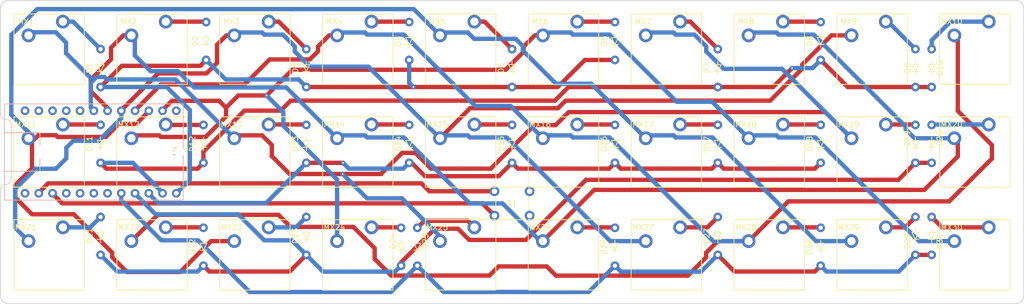
<source format=kicad_pcb>
(kicad_pcb (version 4) (host pcbnew 4.0.7)

  (general
    (links 92)
    (no_connects 0)
    (area 32.545 71.524999 223.725001 128.475001)
    (thickness 1.6)
    (drawings 14)
    (tracks 415)
    (zones 0)
    (modules 72)
    (nets 55)
  )

  (page A4)
  (layers
    (0 F.Cu signal)
    (31 B.Cu signal)
    (32 B.Adhes user)
    (33 F.Adhes user)
    (34 B.Paste user)
    (35 F.Paste user)
    (36 B.SilkS user)
    (37 F.SilkS user)
    (38 B.Mask user)
    (39 F.Mask user)
    (40 Dwgs.User user hide)
    (41 Cmts.User user)
    (42 Eco1.User user)
    (43 Eco2.User user)
    (44 Edge.Cuts user)
    (45 Margin user)
    (46 B.CrtYd user)
    (47 F.CrtYd user)
    (48 B.Fab user)
    (49 F.Fab user)
  )

  (setup
    (last_trace_width 0.3)
    (trace_clearance 0.2)
    (zone_clearance 0.508)
    (zone_45_only no)
    (trace_min 0.2)
    (segment_width 0.2)
    (edge_width 0.15)
    (via_size 0.8)
    (via_drill 0.3)
    (via_min_size 0.8)
    (via_min_drill 0.3)
    (uvia_size 0.3)
    (uvia_drill 0.1)
    (uvias_allowed no)
    (uvia_min_size 0.2)
    (uvia_min_drill 0.1)
    (pcb_text_width 0.3)
    (pcb_text_size 1.5 1.5)
    (mod_edge_width 0.15)
    (mod_text_size 1 1)
    (mod_text_width 0.15)
    (pad_size 1.524 1.524)
    (pad_drill 0.762)
    (pad_to_mask_clearance 0.2)
    (aux_axis_origin 0 0)
    (grid_origin 34.25 72)
    (visible_elements FFFFFF7F)
    (pcbplotparams
      (layerselection 0x010f0_80000001)
      (usegerberextensions true)
      (excludeedgelayer true)
      (linewidth 2.000000)
      (plotframeref false)
      (viasonmask false)
      (mode 1)
      (useauxorigin false)
      (hpglpennumber 1)
      (hpglpenspeed 20)
      (hpglpendiameter 15)
      (hpglpenoverlay 2)
      (psnegative false)
      (psa4output false)
      (plotreference true)
      (plotvalue true)
      (plotinvisibletext false)
      (padsonsilk false)
      (subtractmaskfromsilk false)
      (outputformat 1)
      (mirror false)
      (drillshape 0)
      (scaleselection 1)
      (outputdirectory ""))
  )

  (net 0 "")
  (net 1 "Net-(D1-Pad1)")
  (net 2 "Net-(D2-Pad1)")
  (net 3 "Net-(D3-Pad1)")
  (net 4 "Net-(D4-Pad1)")
  (net 5 "Net-(D5-Pad1)")
  (net 6 "Net-(D6-Pad1)")
  (net 7 "Net-(S1-Pad1)")
  (net 8 "Net-(S1-Pad2)")
  (net 9 "Net-(U1-Pad1)")
  (net 10 "Net-(U1-Pad2)")
  (net 11 "Net-(U1-Pad3)")
  (net 12 "Net-(U1-Pad4)")
  (net 13 "Net-(U1-Pad5)")
  (net 14 "Net-(U1-Pad12)")
  (net 15 "Net-(U1-Pad18)")
  (net 16 "Net-(U1-Pad19)")
  (net 17 "Net-(U1-Pad20)")
  (net 18 "Net-(U1-Pad21)")
  (net 19 "Net-(U1-Pad24)")
  (net 20 "D10(PB6)")
  (net 21 "Net-(D7-Pad1)")
  (net 22 "MOSI(PB2)")
  (net 23 "Net-(D8-Pad1)")
  (net 24 "Net-(D9-Pad1)")
  (net 25 "Net-(D10-Pad1)")
  (net 26 "Net-(D11-Pad1)")
  (net 27 "Net-(D12-Pad1)")
  (net 28 "Net-(D13-Pad1)")
  (net 29 "MISO(PB3)")
  (net 30 "Net-(D14-Pad1)")
  (net 31 "Net-(D15-Pad1)")
  (net 32 "Net-(D16-Pad1)")
  (net 33 "Net-(D17-Pad1)")
  (net 34 "Net-(D18-Pad1)")
  (net 35 "Net-(D19-Pad1)")
  (net 36 "SCK(PB1)")
  (net 37 "Net-(D20-Pad1)")
  (net 38 "Net-(D21-Pad1)")
  (net 39 "Net-(D22-Pad1)")
  (net 40 "Net-(D23-Pad1)")
  (net 41 "Net-(D24-Pad1)")
  (net 42 "Net-(D25-Pad1)")
  (net 43 "A0(PF7)")
  (net 44 "Net-(D26-Pad1)")
  (net 45 "Net-(D27-Pad1)")
  (net 46 "Net-(D28-Pad1)")
  (net 47 "Net-(D29-Pad1)")
  (net 48 "Net-(D30-Pad1)")
  (net 49 "D3(PD0)")
  (net 50 "D4(PD4)")
  (net 51 "D5(PC6)")
  (net 52 "D6(PD7)")
  (net 53 "D7(PE6)")
  (net 54 "D8(PB4)")

  (net_class Default "これは標準のネット クラスです。"
    (clearance 0.2)
    (trace_width 0.3)
    (via_dia 0.8)
    (via_drill 0.3)
    (uvia_dia 0.3)
    (uvia_drill 0.1)
    (add_net "A0(PF7)")
    (add_net "D10(PB6)")
    (add_net "D3(PD0)")
    (add_net "D4(PD4)")
    (add_net "D5(PC6)")
    (add_net "D6(PD7)")
    (add_net "D7(PE6)")
    (add_net "D8(PB4)")
    (add_net "MISO(PB3)")
    (add_net "MOSI(PB2)")
    (add_net "Net-(D1-Pad1)")
    (add_net "Net-(D10-Pad1)")
    (add_net "Net-(D11-Pad1)")
    (add_net "Net-(D12-Pad1)")
    (add_net "Net-(D13-Pad1)")
    (add_net "Net-(D14-Pad1)")
    (add_net "Net-(D15-Pad1)")
    (add_net "Net-(D16-Pad1)")
    (add_net "Net-(D17-Pad1)")
    (add_net "Net-(D18-Pad1)")
    (add_net "Net-(D19-Pad1)")
    (add_net "Net-(D2-Pad1)")
    (add_net "Net-(D20-Pad1)")
    (add_net "Net-(D21-Pad1)")
    (add_net "Net-(D22-Pad1)")
    (add_net "Net-(D23-Pad1)")
    (add_net "Net-(D24-Pad1)")
    (add_net "Net-(D25-Pad1)")
    (add_net "Net-(D26-Pad1)")
    (add_net "Net-(D27-Pad1)")
    (add_net "Net-(D28-Pad1)")
    (add_net "Net-(D29-Pad1)")
    (add_net "Net-(D3-Pad1)")
    (add_net "Net-(D30-Pad1)")
    (add_net "Net-(D4-Pad1)")
    (add_net "Net-(D5-Pad1)")
    (add_net "Net-(D6-Pad1)")
    (add_net "Net-(D7-Pad1)")
    (add_net "Net-(D8-Pad1)")
    (add_net "Net-(D9-Pad1)")
    (add_net "Net-(S1-Pad1)")
    (add_net "Net-(S1-Pad2)")
    (add_net "Net-(U1-Pad1)")
    (add_net "Net-(U1-Pad12)")
    (add_net "Net-(U1-Pad18)")
    (add_net "Net-(U1-Pad19)")
    (add_net "Net-(U1-Pad2)")
    (add_net "Net-(U1-Pad20)")
    (add_net "Net-(U1-Pad21)")
    (add_net "Net-(U1-Pad24)")
    (add_net "Net-(U1-Pad3)")
    (add_net "Net-(U1-Pad4)")
    (add_net "Net-(U1-Pad5)")
    (add_net "SCK(PB1)")
  )

  (net_class 6 ""
    (clearance 0.3)
    (trace_width 0.6)
    (via_dia 0.8)
    (via_drill 0.3)
    (uvia_dia 0.3)
    (uvia_drill 0.1)
  )

  (net_class 8 ""
    (clearance 0.4)
    (trace_width 0.8)
    (via_dia 0.8)
    (via_drill 0.3)
    (uvia_dia 0.3)
    (uvia_drill 0.1)
  )

  (module footprint:promicro (layer B.Cu) (tedit 5B437CBC) (tstamp 5B477B91)
    (at 51.5 100 270)
    (path /5B468A46)
    (fp_text reference U1 (at 0 -15.24 270) (layer B.SilkS)
      (effects (font (size 1 1) (thickness 0.15)) (justify mirror))
    )
    (fp_text value ProMicro (at 0 17.78 270) (layer Dwgs.User) hide
      (effects (font (size 1 1) (thickness 0.15)))
    )
    (fp_line (start -3.556 9.952) (end 3.556 9.952) (layer B.SilkS) (width 0.15))
    (fp_line (start 3.556 9.952) (end 3.556 16.429) (layer B.SilkS) (width 0.15))
    (fp_line (start -3.556 16.429) (end -3.556 9.952) (layer B.SilkS) (width 0.15))
    (fp_line (start -8.89 16.51) (end 8.89 16.51) (layer B.SilkS) (width 0.15))
    (fp_line (start 8.89 16.51) (end 8.89 -16.51) (layer B.SilkS) (width 0.15))
    (fp_line (start 8.89 -16.51) (end -8.89 -16.51) (layer B.SilkS) (width 0.15))
    (fp_line (start -8.89 -16.51) (end -8.89 16.51) (layer B.SilkS) (width 0.15))
    (pad 1 thru_hole circle (at -7.62 12.7 270) (size 1.6 1.6) (drill 0.85) (layers *.Cu *.Mask)
      (net 9 "Net-(U1-Pad1)"))
    (pad 2 thru_hole circle (at -7.62 10.16 270) (size 1.6 1.6) (drill 0.85) (layers *.Cu *.Mask)
      (net 10 "Net-(U1-Pad2)"))
    (pad 3 thru_hole circle (at -7.62 7.62 270) (size 1.6 1.6) (drill 0.85) (layers *.Cu *.Mask)
      (net 11 "Net-(U1-Pad3)"))
    (pad 4 thru_hole circle (at -7.62 5.08 270) (size 1.6 1.6) (drill 0.85) (layers *.Cu *.Mask)
      (net 12 "Net-(U1-Pad4)"))
    (pad 5 thru_hole circle (at -7.62 2.54 270) (size 1.6 1.6) (drill 0.85) (layers *.Cu *.Mask)
      (net 13 "Net-(U1-Pad5)"))
    (pad 6 thru_hole circle (at -7.62 0 270) (size 1.6 1.6) (drill 0.85) (layers *.Cu *.Mask)
      (net 49 "D3(PD0)"))
    (pad 7 thru_hole circle (at -7.62 -2.54 270) (size 1.6 1.6) (drill 0.85) (layers *.Cu *.Mask)
      (net 50 "D4(PD4)"))
    (pad 8 thru_hole circle (at -7.62 -5.08 270) (size 1.6 1.6) (drill 0.85) (layers *.Cu *.Mask)
      (net 51 "D5(PC6)"))
    (pad 9 thru_hole circle (at -7.62 -7.62 270) (size 1.6 1.6) (drill 0.85) (layers *.Cu *.Mask)
      (net 52 "D6(PD7)"))
    (pad 10 thru_hole circle (at -7.62 -10.16 270) (size 1.6 1.6) (drill 0.85) (layers *.Cu *.Mask)
      (net 53 "D7(PE6)"))
    (pad 11 thru_hole circle (at -7.62 -12.7 270) (size 1.6 1.6) (drill 0.85) (layers *.Cu *.Mask)
      (net 54 "D8(PB4)"))
    (pad 12 thru_hole circle (at -7.62 -15.24 270) (size 1.6 1.6) (drill 0.85) (layers *.Cu *.Mask)
      (net 14 "Net-(U1-Pad12)"))
    (pad 13 thru_hole circle (at 7.62 -15.24 270) (size 1.6 1.6) (drill 0.85) (layers *.Cu *.Mask)
      (net 20 "D10(PB6)"))
    (pad 14 thru_hole circle (at 7.62 -12.7 270) (size 1.6 1.6) (drill 0.85) (layers *.Cu *.Mask)
      (net 22 "MOSI(PB2)"))
    (pad 15 thru_hole circle (at 7.62 -10.16 270) (size 1.6 1.6) (drill 0.85) (layers *.Cu *.Mask)
      (net 29 "MISO(PB3)"))
    (pad 16 thru_hole circle (at 7.62 -7.62 270) (size 1.6 1.6) (drill 0.85) (layers *.Cu *.Mask)
      (net 36 "SCK(PB1)"))
    (pad 17 thru_hole circle (at 7.62 -5.08 270) (size 1.6 1.6) (drill 0.85) (layers *.Cu *.Mask)
      (net 43 "A0(PF7)"))
    (pad 18 thru_hole circle (at 7.62 -2.54 270) (size 1.6 1.6) (drill 0.85) (layers *.Cu *.Mask)
      (net 15 "Net-(U1-Pad18)"))
    (pad 19 thru_hole circle (at 7.62 0 270) (size 1.6 1.6) (drill 0.85) (layers *.Cu *.Mask)
      (net 16 "Net-(U1-Pad19)"))
    (pad 20 thru_hole circle (at 7.62 2.54 270) (size 1.6 1.6) (drill 0.85) (layers *.Cu *.Mask)
      (net 17 "Net-(U1-Pad20)"))
    (pad 21 thru_hole circle (at 7.62 5.08 270) (size 1.6 1.6) (drill 0.85) (layers *.Cu *.Mask)
      (net 18 "Net-(U1-Pad21)"))
    (pad 22 thru_hole circle (at 7.62 7.62 270) (size 1.6 1.6) (drill 0.85) (layers *.Cu *.Mask)
      (net 8 "Net-(S1-Pad2)"))
    (pad 23 thru_hole circle (at 7.62 10.16 270) (size 1.6 1.6) (drill 0.85) (layers *.Cu *.Mask)
      (net 7 "Net-(S1-Pad1)"))
    (pad 24 thru_hole circle (at 7.62 12.7 270) (size 1.6 1.6) (drill 0.85) (layers *.Cu *.Mask)
      (net 19 "Net-(U1-Pad24)"))
  )

  (module footprint:diode (layer F.Cu) (tedit 5B468A75) (tstamp 5B4779B1)
    (at 52.75 84.5 270)
    (path /5B468A9B)
    (fp_text reference D1 (at 0 2.032 270) (layer F.SilkS)
      (effects (font (size 1 1) (thickness 0.15)))
    )
    (fp_text value diode (at 0 -2.1 270) (layer Dwgs.User) hide
      (effects (font (size 1 1) (thickness 0.15)))
    )
    (fp_line (start -0.635 0) (end -1.27 0) (layer F.SilkS) (width 0.15))
    (fp_line (start 0.635 0) (end 1.27 0) (layer F.SilkS) (width 0.15))
    (fp_line (start 0.635 -0.635) (end 0.635 0.635) (layer F.SilkS) (width 0.15))
    (fp_line (start 0.635 0) (end -0.635 0.635) (layer F.SilkS) (width 0.15))
    (fp_line (start -0.635 0.635) (end -0.635 -0.635) (layer F.SilkS) (width 0.15))
    (fp_line (start -0.635 -0.635) (end 0.635 0) (layer F.SilkS) (width 0.15))
    (pad 1 thru_hole circle (at -3.5 0 270) (size 1.6 1.6) (drill 0.78) (layers *.Cu *.Mask)
      (net 1 "Net-(D1-Pad1)"))
    (pad 2 thru_hole circle (at 3.5 0 270) (size 1.6 1.6) (drill 0.78) (layers *.Cu *.Mask)
      (net 20 "D10(PB6)"))
  )

  (module footprint:diode (layer F.Cu) (tedit 5B468A75) (tstamp 5B4779B7)
    (at 72.25 79.5 270)
    (path /5B468ABA)
    (fp_text reference D2 (at 0 2.032 270) (layer F.SilkS)
      (effects (font (size 1 1) (thickness 0.15)))
    )
    (fp_text value diode (at 0 -2.1 270) (layer Dwgs.User) hide
      (effects (font (size 1 1) (thickness 0.15)))
    )
    (fp_line (start -0.635 0) (end -1.27 0) (layer F.SilkS) (width 0.15))
    (fp_line (start 0.635 0) (end 1.27 0) (layer F.SilkS) (width 0.15))
    (fp_line (start 0.635 -0.635) (end 0.635 0.635) (layer F.SilkS) (width 0.15))
    (fp_line (start 0.635 0) (end -0.635 0.635) (layer F.SilkS) (width 0.15))
    (fp_line (start -0.635 0.635) (end -0.635 -0.635) (layer F.SilkS) (width 0.15))
    (fp_line (start -0.635 -0.635) (end 0.635 0) (layer F.SilkS) (width 0.15))
    (pad 1 thru_hole circle (at -3.5 0 270) (size 1.6 1.6) (drill 0.78) (layers *.Cu *.Mask)
      (net 2 "Net-(D2-Pad1)"))
    (pad 2 thru_hole circle (at 3.5 0 270) (size 1.6 1.6) (drill 0.78) (layers *.Cu *.Mask)
      (net 20 "D10(PB6)"))
  )

  (module footprint:diode (layer F.Cu) (tedit 5B468A75) (tstamp 5B4779BD)
    (at 90.75 84.5 270)
    (path /5B468AFA)
    (fp_text reference D3 (at 0 2.032 270) (layer F.SilkS)
      (effects (font (size 1 1) (thickness 0.15)))
    )
    (fp_text value diode (at 0 -2.1 270) (layer Dwgs.User) hide
      (effects (font (size 1 1) (thickness 0.15)))
    )
    (fp_line (start -0.635 0) (end -1.27 0) (layer F.SilkS) (width 0.15))
    (fp_line (start 0.635 0) (end 1.27 0) (layer F.SilkS) (width 0.15))
    (fp_line (start 0.635 -0.635) (end 0.635 0.635) (layer F.SilkS) (width 0.15))
    (fp_line (start 0.635 0) (end -0.635 0.635) (layer F.SilkS) (width 0.15))
    (fp_line (start -0.635 0.635) (end -0.635 -0.635) (layer F.SilkS) (width 0.15))
    (fp_line (start -0.635 -0.635) (end 0.635 0) (layer F.SilkS) (width 0.15))
    (pad 1 thru_hole circle (at -3.5 0 270) (size 1.6 1.6) (drill 0.78) (layers *.Cu *.Mask)
      (net 3 "Net-(D3-Pad1)"))
    (pad 2 thru_hole circle (at 3.5 0 270) (size 1.6 1.6) (drill 0.78) (layers *.Cu *.Mask)
      (net 20 "D10(PB6)"))
  )

  (module footprint:diode (layer F.Cu) (tedit 5B468A75) (tstamp 5B4779C3)
    (at 109.75 79.5 270)
    (path /5B468B40)
    (fp_text reference D4 (at 0 2.032 270) (layer F.SilkS)
      (effects (font (size 1 1) (thickness 0.15)))
    )
    (fp_text value diode (at 0 -2.1 270) (layer Dwgs.User) hide
      (effects (font (size 1 1) (thickness 0.15)))
    )
    (fp_line (start -0.635 0) (end -1.27 0) (layer F.SilkS) (width 0.15))
    (fp_line (start 0.635 0) (end 1.27 0) (layer F.SilkS) (width 0.15))
    (fp_line (start 0.635 -0.635) (end 0.635 0.635) (layer F.SilkS) (width 0.15))
    (fp_line (start 0.635 0) (end -0.635 0.635) (layer F.SilkS) (width 0.15))
    (fp_line (start -0.635 0.635) (end -0.635 -0.635) (layer F.SilkS) (width 0.15))
    (fp_line (start -0.635 -0.635) (end 0.635 0) (layer F.SilkS) (width 0.15))
    (pad 1 thru_hole circle (at -3.5 0 270) (size 1.6 1.6) (drill 0.78) (layers *.Cu *.Mask)
      (net 4 "Net-(D4-Pad1)"))
    (pad 2 thru_hole circle (at 3.5 0 270) (size 1.6 1.6) (drill 0.78) (layers *.Cu *.Mask)
      (net 20 "D10(PB6)"))
  )

  (module footprint:diode (layer F.Cu) (tedit 5B468A75) (tstamp 5B4779C9)
    (at 128.75 84.5 270)
    (path /5B468B86)
    (fp_text reference D5 (at 0 2.032 270) (layer F.SilkS)
      (effects (font (size 1 1) (thickness 0.15)))
    )
    (fp_text value diode (at 0 -2.1 270) (layer Dwgs.User) hide
      (effects (font (size 1 1) (thickness 0.15)))
    )
    (fp_line (start -0.635 0) (end -1.27 0) (layer F.SilkS) (width 0.15))
    (fp_line (start 0.635 0) (end 1.27 0) (layer F.SilkS) (width 0.15))
    (fp_line (start 0.635 -0.635) (end 0.635 0.635) (layer F.SilkS) (width 0.15))
    (fp_line (start 0.635 0) (end -0.635 0.635) (layer F.SilkS) (width 0.15))
    (fp_line (start -0.635 0.635) (end -0.635 -0.635) (layer F.SilkS) (width 0.15))
    (fp_line (start -0.635 -0.635) (end 0.635 0) (layer F.SilkS) (width 0.15))
    (pad 1 thru_hole circle (at -3.5 0 270) (size 1.6 1.6) (drill 0.78) (layers *.Cu *.Mask)
      (net 5 "Net-(D5-Pad1)"))
    (pad 2 thru_hole circle (at 3.5 0 270) (size 1.6 1.6) (drill 0.78) (layers *.Cu *.Mask)
      (net 20 "D10(PB6)"))
  )

  (module footprint:diode (layer F.Cu) (tedit 5B468A75) (tstamp 5B4779CF)
    (at 147.75 79.5 270)
    (path /5B468BCF)
    (fp_text reference D6 (at 0 2.032 270) (layer F.SilkS)
      (effects (font (size 1 1) (thickness 0.15)))
    )
    (fp_text value diode (at 0 -2.1 270) (layer Dwgs.User) hide
      (effects (font (size 1 1) (thickness 0.15)))
    )
    (fp_line (start -0.635 0) (end -1.27 0) (layer F.SilkS) (width 0.15))
    (fp_line (start 0.635 0) (end 1.27 0) (layer F.SilkS) (width 0.15))
    (fp_line (start 0.635 -0.635) (end 0.635 0.635) (layer F.SilkS) (width 0.15))
    (fp_line (start 0.635 0) (end -0.635 0.635) (layer F.SilkS) (width 0.15))
    (fp_line (start -0.635 0.635) (end -0.635 -0.635) (layer F.SilkS) (width 0.15))
    (fp_line (start -0.635 -0.635) (end 0.635 0) (layer F.SilkS) (width 0.15))
    (pad 1 thru_hole circle (at -3.5 0 270) (size 1.6 1.6) (drill 0.78) (layers *.Cu *.Mask)
      (net 6 "Net-(D6-Pad1)"))
    (pad 2 thru_hole circle (at 3.5 0 270) (size 1.6 1.6) (drill 0.78) (layers *.Cu *.Mask)
      (net 20 "D10(PB6)"))
  )

  (module footprint:diode (layer F.Cu) (tedit 5B468A75) (tstamp 5B4779D5)
    (at 166.75 84.5 270)
    (path /5B473085)
    (fp_text reference D7 (at 0 2.032 270) (layer F.SilkS)
      (effects (font (size 1 1) (thickness 0.15)))
    )
    (fp_text value diode (at 0 -2.1 270) (layer Dwgs.User) hide
      (effects (font (size 1 1) (thickness 0.15)))
    )
    (fp_line (start -0.635 0) (end -1.27 0) (layer F.SilkS) (width 0.15))
    (fp_line (start 0.635 0) (end 1.27 0) (layer F.SilkS) (width 0.15))
    (fp_line (start 0.635 -0.635) (end 0.635 0.635) (layer F.SilkS) (width 0.15))
    (fp_line (start 0.635 0) (end -0.635 0.635) (layer F.SilkS) (width 0.15))
    (fp_line (start -0.635 0.635) (end -0.635 -0.635) (layer F.SilkS) (width 0.15))
    (fp_line (start -0.635 -0.635) (end 0.635 0) (layer F.SilkS) (width 0.15))
    (pad 1 thru_hole circle (at -3.5 0 270) (size 1.6 1.6) (drill 0.78) (layers *.Cu *.Mask)
      (net 21 "Net-(D7-Pad1)"))
    (pad 2 thru_hole circle (at 3.5 0 270) (size 1.6 1.6) (drill 0.78) (layers *.Cu *.Mask)
      (net 22 "MOSI(PB2)"))
  )

  (module footprint:diode (layer F.Cu) (tedit 5B468A75) (tstamp 5B4779DB)
    (at 185.75 79.5 270)
    (path /5B473315)
    (fp_text reference D8 (at 0 2.032 270) (layer F.SilkS)
      (effects (font (size 1 1) (thickness 0.15)))
    )
    (fp_text value diode (at 0 -2.1 270) (layer Dwgs.User) hide
      (effects (font (size 1 1) (thickness 0.15)))
    )
    (fp_line (start -0.635 0) (end -1.27 0) (layer F.SilkS) (width 0.15))
    (fp_line (start 0.635 0) (end 1.27 0) (layer F.SilkS) (width 0.15))
    (fp_line (start 0.635 -0.635) (end 0.635 0.635) (layer F.SilkS) (width 0.15))
    (fp_line (start 0.635 0) (end -0.635 0.635) (layer F.SilkS) (width 0.15))
    (fp_line (start -0.635 0.635) (end -0.635 -0.635) (layer F.SilkS) (width 0.15))
    (fp_line (start -0.635 -0.635) (end 0.635 0) (layer F.SilkS) (width 0.15))
    (pad 1 thru_hole circle (at -3.5 0 270) (size 1.6 1.6) (drill 0.78) (layers *.Cu *.Mask)
      (net 23 "Net-(D8-Pad1)"))
    (pad 2 thru_hole circle (at 3.5 0 270) (size 1.6 1.6) (drill 0.78) (layers *.Cu *.Mask)
      (net 22 "MOSI(PB2)"))
  )

  (module footprint:diode (layer F.Cu) (tedit 5B478825) (tstamp 5B4779E1)
    (at 203.25 84.5 270)
    (path /5B47360A)
    (fp_text reference D9 (at 0 1.5 270) (layer F.SilkS)
      (effects (font (size 1 1) (thickness 0.15)))
    )
    (fp_text value diode (at 0 -2.1 270) (layer Dwgs.User) hide
      (effects (font (size 1 1) (thickness 0.15)))
    )
    (fp_line (start -0.635 0) (end -1.27 0) (layer F.SilkS) (width 0.15))
    (fp_line (start 0.635 0) (end 1.27 0) (layer F.SilkS) (width 0.15))
    (fp_line (start 0.635 -0.635) (end 0.635 0.635) (layer F.SilkS) (width 0.15))
    (fp_line (start 0.635 0) (end -0.635 0.635) (layer F.SilkS) (width 0.15))
    (fp_line (start -0.635 0.635) (end -0.635 -0.635) (layer F.SilkS) (width 0.15))
    (fp_line (start -0.635 -0.635) (end 0.635 0) (layer F.SilkS) (width 0.15))
    (pad 1 thru_hole circle (at -3.5 0 270) (size 1.6 1.6) (drill 0.78) (layers *.Cu *.Mask)
      (net 24 "Net-(D9-Pad1)"))
    (pad 2 thru_hole circle (at 3.5 0 270) (size 1.6 1.6) (drill 0.78) (layers *.Cu *.Mask)
      (net 22 "MOSI(PB2)"))
  )

  (module footprint:diode (layer F.Cu) (tedit 5B478820) (tstamp 5B4779E7)
    (at 206.25 84.5 270)
    (path /5B473973)
    (fp_text reference D10 (at 0 -1.5 270) (layer F.SilkS)
      (effects (font (size 1 1) (thickness 0.15)))
    )
    (fp_text value diode (at 0 -2.1 270) (layer Dwgs.User) hide
      (effects (font (size 1 1) (thickness 0.15)))
    )
    (fp_line (start -0.635 0) (end -1.27 0) (layer F.SilkS) (width 0.15))
    (fp_line (start 0.635 0) (end 1.27 0) (layer F.SilkS) (width 0.15))
    (fp_line (start 0.635 -0.635) (end 0.635 0.635) (layer F.SilkS) (width 0.15))
    (fp_line (start 0.635 0) (end -0.635 0.635) (layer F.SilkS) (width 0.15))
    (fp_line (start -0.635 0.635) (end -0.635 -0.635) (layer F.SilkS) (width 0.15))
    (fp_line (start -0.635 -0.635) (end 0.635 0) (layer F.SilkS) (width 0.15))
    (pad 1 thru_hole circle (at -3.5 0 270) (size 1.6 1.6) (drill 0.78) (layers *.Cu *.Mask)
      (net 25 "Net-(D10-Pad1)"))
    (pad 2 thru_hole circle (at 3.5 0 270) (size 1.6 1.6) (drill 0.78) (layers *.Cu *.Mask)
      (net 22 "MOSI(PB2)"))
  )

  (module footprint:diode (layer F.Cu) (tedit 5B468A75) (tstamp 5B4779ED)
    (at 52.75 98.5 270)
    (path /5B473C6B)
    (fp_text reference D11 (at 0 2.032 270) (layer F.SilkS)
      (effects (font (size 1 1) (thickness 0.15)))
    )
    (fp_text value diode (at 0 -2.1 270) (layer Dwgs.User) hide
      (effects (font (size 1 1) (thickness 0.15)))
    )
    (fp_line (start -0.635 0) (end -1.27 0) (layer F.SilkS) (width 0.15))
    (fp_line (start 0.635 0) (end 1.27 0) (layer F.SilkS) (width 0.15))
    (fp_line (start 0.635 -0.635) (end 0.635 0.635) (layer F.SilkS) (width 0.15))
    (fp_line (start 0.635 0) (end -0.635 0.635) (layer F.SilkS) (width 0.15))
    (fp_line (start -0.635 0.635) (end -0.635 -0.635) (layer F.SilkS) (width 0.15))
    (fp_line (start -0.635 -0.635) (end 0.635 0) (layer F.SilkS) (width 0.15))
    (pad 1 thru_hole circle (at -3.5 0 270) (size 1.6 1.6) (drill 0.78) (layers *.Cu *.Mask)
      (net 26 "Net-(D11-Pad1)"))
    (pad 2 thru_hole circle (at 3.5 0 270) (size 1.6 1.6) (drill 0.78) (layers *.Cu *.Mask)
      (net 22 "MOSI(PB2)"))
  )

  (module footprint:diode (layer F.Cu) (tedit 5B468A75) (tstamp 5B4779F3)
    (at 71.75 98.5 270)
    (path /5B473F9B)
    (fp_text reference D12 (at 0 2.032 270) (layer F.SilkS)
      (effects (font (size 1 1) (thickness 0.15)))
    )
    (fp_text value diode (at 0 -2.1 270) (layer Dwgs.User) hide
      (effects (font (size 1 1) (thickness 0.15)))
    )
    (fp_line (start -0.635 0) (end -1.27 0) (layer F.SilkS) (width 0.15))
    (fp_line (start 0.635 0) (end 1.27 0) (layer F.SilkS) (width 0.15))
    (fp_line (start 0.635 -0.635) (end 0.635 0.635) (layer F.SilkS) (width 0.15))
    (fp_line (start 0.635 0) (end -0.635 0.635) (layer F.SilkS) (width 0.15))
    (fp_line (start -0.635 0.635) (end -0.635 -0.635) (layer F.SilkS) (width 0.15))
    (fp_line (start -0.635 -0.635) (end 0.635 0) (layer F.SilkS) (width 0.15))
    (pad 1 thru_hole circle (at -3.5 0 270) (size 1.6 1.6) (drill 0.78) (layers *.Cu *.Mask)
      (net 27 "Net-(D12-Pad1)"))
    (pad 2 thru_hole circle (at 3.5 0 270) (size 1.6 1.6) (drill 0.78) (layers *.Cu *.Mask)
      (net 22 "MOSI(PB2)"))
  )

  (module footprint:diode (layer F.Cu) (tedit 5B468A75) (tstamp 5B4779F9)
    (at 90.75 98.5 270)
    (path /5B47311C)
    (fp_text reference D13 (at 0 2.032 270) (layer F.SilkS)
      (effects (font (size 1 1) (thickness 0.15)))
    )
    (fp_text value diode (at 0 -2.1 270) (layer Dwgs.User) hide
      (effects (font (size 1 1) (thickness 0.15)))
    )
    (fp_line (start -0.635 0) (end -1.27 0) (layer F.SilkS) (width 0.15))
    (fp_line (start 0.635 0) (end 1.27 0) (layer F.SilkS) (width 0.15))
    (fp_line (start 0.635 -0.635) (end 0.635 0.635) (layer F.SilkS) (width 0.15))
    (fp_line (start 0.635 0) (end -0.635 0.635) (layer F.SilkS) (width 0.15))
    (fp_line (start -0.635 0.635) (end -0.635 -0.635) (layer F.SilkS) (width 0.15))
    (fp_line (start -0.635 -0.635) (end 0.635 0) (layer F.SilkS) (width 0.15))
    (pad 1 thru_hole circle (at -3.5 0 270) (size 1.6 1.6) (drill 0.78) (layers *.Cu *.Mask)
      (net 28 "Net-(D13-Pad1)"))
    (pad 2 thru_hole circle (at 3.5 0 270) (size 1.6 1.6) (drill 0.78) (layers *.Cu *.Mask)
      (net 29 "MISO(PB3)"))
  )

  (module footprint:diode (layer F.Cu) (tedit 5B468A75) (tstamp 5B4779FF)
    (at 109.75 98.5 270)
    (path /5B4733B8)
    (fp_text reference D14 (at 0 2.032 270) (layer F.SilkS)
      (effects (font (size 1 1) (thickness 0.15)))
    )
    (fp_text value diode (at 0 -2.1 270) (layer Dwgs.User) hide
      (effects (font (size 1 1) (thickness 0.15)))
    )
    (fp_line (start -0.635 0) (end -1.27 0) (layer F.SilkS) (width 0.15))
    (fp_line (start 0.635 0) (end 1.27 0) (layer F.SilkS) (width 0.15))
    (fp_line (start 0.635 -0.635) (end 0.635 0.635) (layer F.SilkS) (width 0.15))
    (fp_line (start 0.635 0) (end -0.635 0.635) (layer F.SilkS) (width 0.15))
    (fp_line (start -0.635 0.635) (end -0.635 -0.635) (layer F.SilkS) (width 0.15))
    (fp_line (start -0.635 -0.635) (end 0.635 0) (layer F.SilkS) (width 0.15))
    (pad 1 thru_hole circle (at -3.5 0 270) (size 1.6 1.6) (drill 0.78) (layers *.Cu *.Mask)
      (net 30 "Net-(D14-Pad1)"))
    (pad 2 thru_hole circle (at 3.5 0 270) (size 1.6 1.6) (drill 0.78) (layers *.Cu *.Mask)
      (net 29 "MISO(PB3)"))
  )

  (module footprint:diode (layer F.Cu) (tedit 5B468A75) (tstamp 5B477A05)
    (at 128.75 98.5 270)
    (path /5B4736BE)
    (fp_text reference D15 (at 0 2.032 270) (layer F.SilkS)
      (effects (font (size 1 1) (thickness 0.15)))
    )
    (fp_text value diode (at 0 -2.1 270) (layer Dwgs.User) hide
      (effects (font (size 1 1) (thickness 0.15)))
    )
    (fp_line (start -0.635 0) (end -1.27 0) (layer F.SilkS) (width 0.15))
    (fp_line (start 0.635 0) (end 1.27 0) (layer F.SilkS) (width 0.15))
    (fp_line (start 0.635 -0.635) (end 0.635 0.635) (layer F.SilkS) (width 0.15))
    (fp_line (start 0.635 0) (end -0.635 0.635) (layer F.SilkS) (width 0.15))
    (fp_line (start -0.635 0.635) (end -0.635 -0.635) (layer F.SilkS) (width 0.15))
    (fp_line (start -0.635 -0.635) (end 0.635 0) (layer F.SilkS) (width 0.15))
    (pad 1 thru_hole circle (at -3.5 0 270) (size 1.6 1.6) (drill 0.78) (layers *.Cu *.Mask)
      (net 31 "Net-(D15-Pad1)"))
    (pad 2 thru_hole circle (at 3.5 0 270) (size 1.6 1.6) (drill 0.78) (layers *.Cu *.Mask)
      (net 29 "MISO(PB3)"))
  )

  (module footprint:diode (layer F.Cu) (tedit 5B468A75) (tstamp 5B477A0B)
    (at 147.75 98.5 270)
    (path /5B473A38)
    (fp_text reference D16 (at 0 2.032 270) (layer F.SilkS)
      (effects (font (size 1 1) (thickness 0.15)))
    )
    (fp_text value diode (at 0 -2.1 270) (layer Dwgs.User) hide
      (effects (font (size 1 1) (thickness 0.15)))
    )
    (fp_line (start -0.635 0) (end -1.27 0) (layer F.SilkS) (width 0.15))
    (fp_line (start 0.635 0) (end 1.27 0) (layer F.SilkS) (width 0.15))
    (fp_line (start 0.635 -0.635) (end 0.635 0.635) (layer F.SilkS) (width 0.15))
    (fp_line (start 0.635 0) (end -0.635 0.635) (layer F.SilkS) (width 0.15))
    (fp_line (start -0.635 0.635) (end -0.635 -0.635) (layer F.SilkS) (width 0.15))
    (fp_line (start -0.635 -0.635) (end 0.635 0) (layer F.SilkS) (width 0.15))
    (pad 1 thru_hole circle (at -3.5 0 270) (size 1.6 1.6) (drill 0.78) (layers *.Cu *.Mask)
      (net 32 "Net-(D16-Pad1)"))
    (pad 2 thru_hole circle (at 3.5 0 270) (size 1.6 1.6) (drill 0.78) (layers *.Cu *.Mask)
      (net 29 "MISO(PB3)"))
  )

  (module footprint:diode (layer F.Cu) (tedit 5B468A75) (tstamp 5B477A11)
    (at 166.75 98.5 270)
    (path /5B473D3B)
    (fp_text reference D17 (at 0 2.032 270) (layer F.SilkS)
      (effects (font (size 1 1) (thickness 0.15)))
    )
    (fp_text value diode (at 0 -2.1 270) (layer Dwgs.User) hide
      (effects (font (size 1 1) (thickness 0.15)))
    )
    (fp_line (start -0.635 0) (end -1.27 0) (layer F.SilkS) (width 0.15))
    (fp_line (start 0.635 0) (end 1.27 0) (layer F.SilkS) (width 0.15))
    (fp_line (start 0.635 -0.635) (end 0.635 0.635) (layer F.SilkS) (width 0.15))
    (fp_line (start 0.635 0) (end -0.635 0.635) (layer F.SilkS) (width 0.15))
    (fp_line (start -0.635 0.635) (end -0.635 -0.635) (layer F.SilkS) (width 0.15))
    (fp_line (start -0.635 -0.635) (end 0.635 0) (layer F.SilkS) (width 0.15))
    (pad 1 thru_hole circle (at -3.5 0 270) (size 1.6 1.6) (drill 0.78) (layers *.Cu *.Mask)
      (net 33 "Net-(D17-Pad1)"))
    (pad 2 thru_hole circle (at 3.5 0 270) (size 1.6 1.6) (drill 0.78) (layers *.Cu *.Mask)
      (net 29 "MISO(PB3)"))
  )

  (module footprint:diode (layer F.Cu) (tedit 5B468A75) (tstamp 5B477A17)
    (at 185.75 98.5 270)
    (path /5B474076)
    (fp_text reference D18 (at 0 2.032 270) (layer F.SilkS)
      (effects (font (size 1 1) (thickness 0.15)))
    )
    (fp_text value diode (at 0 -2.1 270) (layer Dwgs.User) hide
      (effects (font (size 1 1) (thickness 0.15)))
    )
    (fp_line (start -0.635 0) (end -1.27 0) (layer F.SilkS) (width 0.15))
    (fp_line (start 0.635 0) (end 1.27 0) (layer F.SilkS) (width 0.15))
    (fp_line (start 0.635 -0.635) (end 0.635 0.635) (layer F.SilkS) (width 0.15))
    (fp_line (start 0.635 0) (end -0.635 0.635) (layer F.SilkS) (width 0.15))
    (fp_line (start -0.635 0.635) (end -0.635 -0.635) (layer F.SilkS) (width 0.15))
    (fp_line (start -0.635 -0.635) (end 0.635 0) (layer F.SilkS) (width 0.15))
    (pad 1 thru_hole circle (at -3.5 0 270) (size 1.6 1.6) (drill 0.78) (layers *.Cu *.Mask)
      (net 34 "Net-(D18-Pad1)"))
    (pad 2 thru_hole circle (at 3.5 0 270) (size 1.6 1.6) (drill 0.78) (layers *.Cu *.Mask)
      (net 29 "MISO(PB3)"))
  )

  (module footprint:diode (layer F.Cu) (tedit 5B478814) (tstamp 5B477A1D)
    (at 203.25 98.5 270)
    (path /5B4731B4)
    (fp_text reference D19 (at -1 1.5 270) (layer F.SilkS)
      (effects (font (size 1 1) (thickness 0.15)))
    )
    (fp_text value diode (at 0 -2.1 270) (layer Dwgs.User) hide
      (effects (font (size 1 1) (thickness 0.15)))
    )
    (fp_line (start -0.635 0) (end -1.27 0) (layer F.SilkS) (width 0.15))
    (fp_line (start 0.635 0) (end 1.27 0) (layer F.SilkS) (width 0.15))
    (fp_line (start 0.635 -0.635) (end 0.635 0.635) (layer F.SilkS) (width 0.15))
    (fp_line (start 0.635 0) (end -0.635 0.635) (layer F.SilkS) (width 0.15))
    (fp_line (start -0.635 0.635) (end -0.635 -0.635) (layer F.SilkS) (width 0.15))
    (fp_line (start -0.635 -0.635) (end 0.635 0) (layer F.SilkS) (width 0.15))
    (pad 1 thru_hole circle (at -3.5 0 270) (size 1.6 1.6) (drill 0.78) (layers *.Cu *.Mask)
      (net 35 "Net-(D19-Pad1)"))
    (pad 2 thru_hole circle (at 3.5 0 270) (size 1.6 1.6) (drill 0.78) (layers *.Cu *.Mask)
      (net 36 "SCK(PB1)"))
  )

  (module footprint:diode (layer F.Cu) (tedit 5B47880F) (tstamp 5B477A23)
    (at 206.25 98.5 270)
    (path /5B47345A)
    (fp_text reference D20 (at -1 -1.5 270) (layer F.SilkS)
      (effects (font (size 1 1) (thickness 0.15)))
    )
    (fp_text value diode (at 0 -2.1 270) (layer Dwgs.User) hide
      (effects (font (size 1 1) (thickness 0.15)))
    )
    (fp_line (start -0.635 0) (end -1.27 0) (layer F.SilkS) (width 0.15))
    (fp_line (start 0.635 0) (end 1.27 0) (layer F.SilkS) (width 0.15))
    (fp_line (start 0.635 -0.635) (end 0.635 0.635) (layer F.SilkS) (width 0.15))
    (fp_line (start 0.635 0) (end -0.635 0.635) (layer F.SilkS) (width 0.15))
    (fp_line (start -0.635 0.635) (end -0.635 -0.635) (layer F.SilkS) (width 0.15))
    (fp_line (start -0.635 -0.635) (end 0.635 0) (layer F.SilkS) (width 0.15))
    (pad 1 thru_hole circle (at -3.5 0 270) (size 1.6 1.6) (drill 0.78) (layers *.Cu *.Mask)
      (net 37 "Net-(D20-Pad1)"))
    (pad 2 thru_hole circle (at 3.5 0 270) (size 1.6 1.6) (drill 0.78) (layers *.Cu *.Mask)
      (net 36 "SCK(PB1)"))
  )

  (module footprint:diode (layer F.Cu) (tedit 5B468A75) (tstamp 5B477A29)
    (at 52.75 115.5 270)
    (path /5B473770)
    (fp_text reference D21 (at 0 2.032 270) (layer F.SilkS)
      (effects (font (size 1 1) (thickness 0.15)))
    )
    (fp_text value diode (at 0 -2.1 270) (layer Dwgs.User) hide
      (effects (font (size 1 1) (thickness 0.15)))
    )
    (fp_line (start -0.635 0) (end -1.27 0) (layer F.SilkS) (width 0.15))
    (fp_line (start 0.635 0) (end 1.27 0) (layer F.SilkS) (width 0.15))
    (fp_line (start 0.635 -0.635) (end 0.635 0.635) (layer F.SilkS) (width 0.15))
    (fp_line (start 0.635 0) (end -0.635 0.635) (layer F.SilkS) (width 0.15))
    (fp_line (start -0.635 0.635) (end -0.635 -0.635) (layer F.SilkS) (width 0.15))
    (fp_line (start -0.635 -0.635) (end 0.635 0) (layer F.SilkS) (width 0.15))
    (pad 1 thru_hole circle (at -3.5 0 270) (size 1.6 1.6) (drill 0.78) (layers *.Cu *.Mask)
      (net 38 "Net-(D21-Pad1)"))
    (pad 2 thru_hole circle (at 3.5 0 270) (size 1.6 1.6) (drill 0.78) (layers *.Cu *.Mask)
      (net 36 "SCK(PB1)"))
  )

  (module footprint:diode (layer F.Cu) (tedit 5B468A75) (tstamp 5B477A2F)
    (at 71.75 117.5 270)
    (path /5B473AF1)
    (fp_text reference D22 (at 0 2.032 270) (layer F.SilkS)
      (effects (font (size 1 1) (thickness 0.15)))
    )
    (fp_text value diode (at 0 -2.1 270) (layer Dwgs.User) hide
      (effects (font (size 1 1) (thickness 0.15)))
    )
    (fp_line (start -0.635 0) (end -1.27 0) (layer F.SilkS) (width 0.15))
    (fp_line (start 0.635 0) (end 1.27 0) (layer F.SilkS) (width 0.15))
    (fp_line (start 0.635 -0.635) (end 0.635 0.635) (layer F.SilkS) (width 0.15))
    (fp_line (start 0.635 0) (end -0.635 0.635) (layer F.SilkS) (width 0.15))
    (fp_line (start -0.635 0.635) (end -0.635 -0.635) (layer F.SilkS) (width 0.15))
    (fp_line (start -0.635 -0.635) (end 0.635 0) (layer F.SilkS) (width 0.15))
    (pad 1 thru_hole circle (at -3.5 0 270) (size 1.6 1.6) (drill 0.78) (layers *.Cu *.Mask)
      (net 39 "Net-(D22-Pad1)"))
    (pad 2 thru_hole circle (at 3.5 0 270) (size 1.6 1.6) (drill 0.78) (layers *.Cu *.Mask)
      (net 36 "SCK(PB1)"))
  )

  (module footprint:diode (layer F.Cu) (tedit 5B468A75) (tstamp 5B477A35)
    (at 90.75 115.5 270)
    (path /5B473E00)
    (fp_text reference D23 (at 0 2.032 270) (layer F.SilkS)
      (effects (font (size 1 1) (thickness 0.15)))
    )
    (fp_text value diode (at 0 -2.1 270) (layer Dwgs.User) hide
      (effects (font (size 1 1) (thickness 0.15)))
    )
    (fp_line (start -0.635 0) (end -1.27 0) (layer F.SilkS) (width 0.15))
    (fp_line (start 0.635 0) (end 1.27 0) (layer F.SilkS) (width 0.15))
    (fp_line (start 0.635 -0.635) (end 0.635 0.635) (layer F.SilkS) (width 0.15))
    (fp_line (start 0.635 0) (end -0.635 0.635) (layer F.SilkS) (width 0.15))
    (fp_line (start -0.635 0.635) (end -0.635 -0.635) (layer F.SilkS) (width 0.15))
    (fp_line (start -0.635 -0.635) (end 0.635 0) (layer F.SilkS) (width 0.15))
    (pad 1 thru_hole circle (at -3.5 0 270) (size 1.6 1.6) (drill 0.78) (layers *.Cu *.Mask)
      (net 40 "Net-(D23-Pad1)"))
    (pad 2 thru_hole circle (at 3.5 0 270) (size 1.6 1.6) (drill 0.78) (layers *.Cu *.Mask)
      (net 36 "SCK(PB1)"))
  )

  (module footprint:diode (layer F.Cu) (tedit 5B4787EE) (tstamp 5B477A3B)
    (at 108.25 117.5 270)
    (path /5B474149)
    (fp_text reference D24 (at -1 1.5 270) (layer F.SilkS)
      (effects (font (size 1 1) (thickness 0.15)))
    )
    (fp_text value diode (at 0 -2.1 270) (layer Dwgs.User) hide
      (effects (font (size 1 1) (thickness 0.15)))
    )
    (fp_line (start -0.635 0) (end -1.27 0) (layer F.SilkS) (width 0.15))
    (fp_line (start 0.635 0) (end 1.27 0) (layer F.SilkS) (width 0.15))
    (fp_line (start 0.635 -0.635) (end 0.635 0.635) (layer F.SilkS) (width 0.15))
    (fp_line (start 0.635 0) (end -0.635 0.635) (layer F.SilkS) (width 0.15))
    (fp_line (start -0.635 0.635) (end -0.635 -0.635) (layer F.SilkS) (width 0.15))
    (fp_line (start -0.635 -0.635) (end 0.635 0) (layer F.SilkS) (width 0.15))
    (pad 1 thru_hole circle (at -3.5 0 270) (size 1.6 1.6) (drill 0.78) (layers *.Cu *.Mask)
      (net 41 "Net-(D24-Pad1)"))
    (pad 2 thru_hole circle (at 3.5 0 270) (size 1.6 1.6) (drill 0.78) (layers *.Cu *.Mask)
      (net 36 "SCK(PB1)"))
  )

  (module footprint:diode (layer F.Cu) (tedit 5B4787E7) (tstamp 5B477A41)
    (at 111.25 117.5 270)
    (path /5B47324F)
    (fp_text reference D25 (at -1 -1.5 270) (layer F.SilkS)
      (effects (font (size 1 1) (thickness 0.15)))
    )
    (fp_text value diode (at 0 -2.1 270) (layer Dwgs.User) hide
      (effects (font (size 1 1) (thickness 0.15)))
    )
    (fp_line (start -0.635 0) (end -1.27 0) (layer F.SilkS) (width 0.15))
    (fp_line (start 0.635 0) (end 1.27 0) (layer F.SilkS) (width 0.15))
    (fp_line (start 0.635 -0.635) (end 0.635 0.635) (layer F.SilkS) (width 0.15))
    (fp_line (start 0.635 0) (end -0.635 0.635) (layer F.SilkS) (width 0.15))
    (fp_line (start -0.635 0.635) (end -0.635 -0.635) (layer F.SilkS) (width 0.15))
    (fp_line (start -0.635 -0.635) (end 0.635 0) (layer F.SilkS) (width 0.15))
    (pad 1 thru_hole circle (at -3.5 0 270) (size 1.6 1.6) (drill 0.78) (layers *.Cu *.Mask)
      (net 42 "Net-(D25-Pad1)"))
    (pad 2 thru_hole circle (at 3.5 0 270) (size 1.6 1.6) (drill 0.78) (layers *.Cu *.Mask)
      (net 43 "A0(PF7)"))
  )

  (module footprint:diode (layer F.Cu) (tedit 5B468A75) (tstamp 5B477A47)
    (at 147.75 117.5 270)
    (path /5B473503)
    (fp_text reference D26 (at 0 2.032 270) (layer F.SilkS)
      (effects (font (size 1 1) (thickness 0.15)))
    )
    (fp_text value diode (at 0 -2.1 270) (layer Dwgs.User) hide
      (effects (font (size 1 1) (thickness 0.15)))
    )
    (fp_line (start -0.635 0) (end -1.27 0) (layer F.SilkS) (width 0.15))
    (fp_line (start 0.635 0) (end 1.27 0) (layer F.SilkS) (width 0.15))
    (fp_line (start 0.635 -0.635) (end 0.635 0.635) (layer F.SilkS) (width 0.15))
    (fp_line (start 0.635 0) (end -0.635 0.635) (layer F.SilkS) (width 0.15))
    (fp_line (start -0.635 0.635) (end -0.635 -0.635) (layer F.SilkS) (width 0.15))
    (fp_line (start -0.635 -0.635) (end 0.635 0) (layer F.SilkS) (width 0.15))
    (pad 1 thru_hole circle (at -3.5 0 270) (size 1.6 1.6) (drill 0.78) (layers *.Cu *.Mask)
      (net 44 "Net-(D26-Pad1)"))
    (pad 2 thru_hole circle (at 3.5 0 270) (size 1.6 1.6) (drill 0.78) (layers *.Cu *.Mask)
      (net 43 "A0(PF7)"))
  )

  (module footprint:diode (layer F.Cu) (tedit 5B468A75) (tstamp 5B477A4D)
    (at 166.75 115.5 270)
    (path /5B4738BD)
    (fp_text reference D27 (at 0 2.032 270) (layer F.SilkS)
      (effects (font (size 1 1) (thickness 0.15)))
    )
    (fp_text value diode (at 0 -2.1 270) (layer Dwgs.User) hide
      (effects (font (size 1 1) (thickness 0.15)))
    )
    (fp_line (start -0.635 0) (end -1.27 0) (layer F.SilkS) (width 0.15))
    (fp_line (start 0.635 0) (end 1.27 0) (layer F.SilkS) (width 0.15))
    (fp_line (start 0.635 -0.635) (end 0.635 0.635) (layer F.SilkS) (width 0.15))
    (fp_line (start 0.635 0) (end -0.635 0.635) (layer F.SilkS) (width 0.15))
    (fp_line (start -0.635 0.635) (end -0.635 -0.635) (layer F.SilkS) (width 0.15))
    (fp_line (start -0.635 -0.635) (end 0.635 0) (layer F.SilkS) (width 0.15))
    (pad 1 thru_hole circle (at -3.5 0 270) (size 1.6 1.6) (drill 0.78) (layers *.Cu *.Mask)
      (net 45 "Net-(D27-Pad1)"))
    (pad 2 thru_hole circle (at 3.5 0 270) (size 1.6 1.6) (drill 0.78) (layers *.Cu *.Mask)
      (net 43 "A0(PF7)"))
  )

  (module footprint:diode (layer F.Cu) (tedit 5B468A75) (tstamp 5B477A53)
    (at 185.75 117.5 270)
    (path /5B473BAD)
    (fp_text reference D28 (at 0 2.032 270) (layer F.SilkS)
      (effects (font (size 1 1) (thickness 0.15)))
    )
    (fp_text value diode (at 0 -2.1 270) (layer Dwgs.User) hide
      (effects (font (size 1 1) (thickness 0.15)))
    )
    (fp_line (start -0.635 0) (end -1.27 0) (layer F.SilkS) (width 0.15))
    (fp_line (start 0.635 0) (end 1.27 0) (layer F.SilkS) (width 0.15))
    (fp_line (start 0.635 -0.635) (end 0.635 0.635) (layer F.SilkS) (width 0.15))
    (fp_line (start 0.635 0) (end -0.635 0.635) (layer F.SilkS) (width 0.15))
    (fp_line (start -0.635 0.635) (end -0.635 -0.635) (layer F.SilkS) (width 0.15))
    (fp_line (start -0.635 -0.635) (end 0.635 0) (layer F.SilkS) (width 0.15))
    (pad 1 thru_hole circle (at -3.5 0 270) (size 1.6 1.6) (drill 0.78) (layers *.Cu *.Mask)
      (net 46 "Net-(D28-Pad1)"))
    (pad 2 thru_hole circle (at 3.5 0 270) (size 1.6 1.6) (drill 0.78) (layers *.Cu *.Mask)
      (net 43 "A0(PF7)"))
  )

  (module footprint:diode (layer F.Cu) (tedit 5B478801) (tstamp 5B477A59)
    (at 203.25 115.5 270)
    (path /5B473ECE)
    (fp_text reference D29 (at 1 1.5 270) (layer F.SilkS)
      (effects (font (size 1 1) (thickness 0.15)))
    )
    (fp_text value diode (at 0 -2.1 270) (layer Dwgs.User) hide
      (effects (font (size 1 1) (thickness 0.15)))
    )
    (fp_line (start -0.635 0) (end -1.27 0) (layer F.SilkS) (width 0.15))
    (fp_line (start 0.635 0) (end 1.27 0) (layer F.SilkS) (width 0.15))
    (fp_line (start 0.635 -0.635) (end 0.635 0.635) (layer F.SilkS) (width 0.15))
    (fp_line (start 0.635 0) (end -0.635 0.635) (layer F.SilkS) (width 0.15))
    (fp_line (start -0.635 0.635) (end -0.635 -0.635) (layer F.SilkS) (width 0.15))
    (fp_line (start -0.635 -0.635) (end 0.635 0) (layer F.SilkS) (width 0.15))
    (pad 1 thru_hole circle (at -3.5 0 270) (size 1.6 1.6) (drill 0.78) (layers *.Cu *.Mask)
      (net 47 "Net-(D29-Pad1)"))
    (pad 2 thru_hole circle (at 3.5 0 270) (size 1.6 1.6) (drill 0.78) (layers *.Cu *.Mask)
      (net 43 "A0(PF7)"))
  )

  (module footprint:diode (layer F.Cu) (tedit 5B4787FD) (tstamp 5B477A5F)
    (at 206.25 115.5 270)
    (path /5B47421E)
    (fp_text reference D30 (at 1 -1.5 270) (layer F.SilkS)
      (effects (font (size 1 1) (thickness 0.15)))
    )
    (fp_text value diode (at 0 -2.1 270) (layer Dwgs.User) hide
      (effects (font (size 1 1) (thickness 0.15)))
    )
    (fp_line (start -0.635 0) (end -1.27 0) (layer F.SilkS) (width 0.15))
    (fp_line (start 0.635 0) (end 1.27 0) (layer F.SilkS) (width 0.15))
    (fp_line (start 0.635 -0.635) (end 0.635 0.635) (layer F.SilkS) (width 0.15))
    (fp_line (start 0.635 0) (end -0.635 0.635) (layer F.SilkS) (width 0.15))
    (fp_line (start -0.635 0.635) (end -0.635 -0.635) (layer F.SilkS) (width 0.15))
    (fp_line (start -0.635 -0.635) (end 0.635 0) (layer F.SilkS) (width 0.15))
    (pad 1 thru_hole circle (at -3.5 0 270) (size 1.6 1.6) (drill 0.78) (layers *.Cu *.Mask)
      (net 48 "Net-(D30-Pad1)"))
    (pad 2 thru_hole circle (at 3.5 0 270) (size 1.6 1.6) (drill 0.78) (layers *.Cu *.Mask)
      (net 43 "A0(PF7)"))
  )

  (module footprint:keyswitch (layer F.Cu) (tedit 5B468A9A) (tstamp 5B477A68)
    (at 43.25 81)
    (path /5B468A6A)
    (fp_text reference MX1 (at -4.318 -5.08) (layer F.SilkS)
      (effects (font (size 1 1) (thickness 0.15)))
    )
    (fp_text value keyswitch (at -3.048 -7.62) (layer Dwgs.User) hide
      (effects (font (size 1 1) (thickness 0.15)))
    )
    (fp_line (start -9 -9) (end 9 -9) (layer Dwgs.User) (width 0.15))
    (fp_line (start 9 -9) (end 9 9) (layer Dwgs.User) (width 0.15))
    (fp_line (start 9 9) (end -9 9) (layer Dwgs.User) (width 0.15))
    (fp_line (start -9 9) (end -9 -9) (layer Dwgs.User) (width 0.15))
    (fp_line (start -6.5 -6.5) (end 6.5 -6.5) (layer F.SilkS) (width 0.15))
    (fp_line (start 6.5 -6.5) (end 6.5 6.5) (layer F.SilkS) (width 0.15))
    (fp_line (start 6.5 6.5) (end -6.5 6.5) (layer F.SilkS) (width 0.15))
    (fp_line (start -6.5 6.5) (end -6.5 -6.5) (layer F.SilkS) (width 0.15))
    (pad "" np_thru_hole circle (at 0 0) (size 4.1402 4.1402) (drill 4.1402) (layers *.Cu *.Mask))
    (pad "" np_thru_hole circle (at -5.08 0) (size 1.8034 1.8034) (drill 1.8034) (layers *.Cu *.Mask))
    (pad "" np_thru_hole circle (at 5.08 0) (size 1.8034 1.8034) (drill 1.8034) (layers *.Cu *.Mask))
    (pad 1 thru_hole circle (at -3.81 -2.54) (size 2.54 2.54) (drill 1.524) (layers *.Cu *.Mask)
      (net 49 "D3(PD0)"))
    (pad 2 thru_hole circle (at 2.54 -5.08) (size 2.54 2.54) (drill 1.524) (layers *.Cu *.Mask)
      (net 1 "Net-(D1-Pad1)"))
  )

  (module footprint:keyswitch (layer F.Cu) (tedit 5B468A9A) (tstamp 5B477A71)
    (at 62.25 81)
    (path /5B4685E9)
    (fp_text reference MX2 (at -4.318 -5.08) (layer F.SilkS)
      (effects (font (size 1 1) (thickness 0.15)))
    )
    (fp_text value keyswitch (at -3.048 -7.62) (layer Dwgs.User) hide
      (effects (font (size 1 1) (thickness 0.15)))
    )
    (fp_line (start -9 -9) (end 9 -9) (layer Dwgs.User) (width 0.15))
    (fp_line (start 9 -9) (end 9 9) (layer Dwgs.User) (width 0.15))
    (fp_line (start 9 9) (end -9 9) (layer Dwgs.User) (width 0.15))
    (fp_line (start -9 9) (end -9 -9) (layer Dwgs.User) (width 0.15))
    (fp_line (start -6.5 -6.5) (end 6.5 -6.5) (layer F.SilkS) (width 0.15))
    (fp_line (start 6.5 -6.5) (end 6.5 6.5) (layer F.SilkS) (width 0.15))
    (fp_line (start 6.5 6.5) (end -6.5 6.5) (layer F.SilkS) (width 0.15))
    (fp_line (start -6.5 6.5) (end -6.5 -6.5) (layer F.SilkS) (width 0.15))
    (pad "" np_thru_hole circle (at 0 0) (size 4.1402 4.1402) (drill 4.1402) (layers *.Cu *.Mask))
    (pad "" np_thru_hole circle (at -5.08 0) (size 1.8034 1.8034) (drill 1.8034) (layers *.Cu *.Mask))
    (pad "" np_thru_hole circle (at 5.08 0) (size 1.8034 1.8034) (drill 1.8034) (layers *.Cu *.Mask))
    (pad 1 thru_hole circle (at -3.81 -2.54) (size 2.54 2.54) (drill 1.524) (layers *.Cu *.Mask)
      (net 50 "D4(PD4)"))
    (pad 2 thru_hole circle (at 2.54 -5.08) (size 2.54 2.54) (drill 1.524) (layers *.Cu *.Mask)
      (net 2 "Net-(D2-Pad1)"))
  )

  (module footprint:keyswitch (layer F.Cu) (tedit 5B468A9A) (tstamp 5B477A7A)
    (at 81.25 81)
    (path /5B46875D)
    (fp_text reference MX3 (at -4.318 -5.08) (layer F.SilkS)
      (effects (font (size 1 1) (thickness 0.15)))
    )
    (fp_text value keyswitch (at -3.048 -7.62) (layer Dwgs.User) hide
      (effects (font (size 1 1) (thickness 0.15)))
    )
    (fp_line (start -9 -9) (end 9 -9) (layer Dwgs.User) (width 0.15))
    (fp_line (start 9 -9) (end 9 9) (layer Dwgs.User) (width 0.15))
    (fp_line (start 9 9) (end -9 9) (layer Dwgs.User) (width 0.15))
    (fp_line (start -9 9) (end -9 -9) (layer Dwgs.User) (width 0.15))
    (fp_line (start -6.5 -6.5) (end 6.5 -6.5) (layer F.SilkS) (width 0.15))
    (fp_line (start 6.5 -6.5) (end 6.5 6.5) (layer F.SilkS) (width 0.15))
    (fp_line (start 6.5 6.5) (end -6.5 6.5) (layer F.SilkS) (width 0.15))
    (fp_line (start -6.5 6.5) (end -6.5 -6.5) (layer F.SilkS) (width 0.15))
    (pad "" np_thru_hole circle (at 0 0) (size 4.1402 4.1402) (drill 4.1402) (layers *.Cu *.Mask))
    (pad "" np_thru_hole circle (at -5.08 0) (size 1.8034 1.8034) (drill 1.8034) (layers *.Cu *.Mask))
    (pad "" np_thru_hole circle (at 5.08 0) (size 1.8034 1.8034) (drill 1.8034) (layers *.Cu *.Mask))
    (pad 1 thru_hole circle (at -3.81 -2.54) (size 2.54 2.54) (drill 1.524) (layers *.Cu *.Mask)
      (net 51 "D5(PC6)"))
    (pad 2 thru_hole circle (at 2.54 -5.08) (size 2.54 2.54) (drill 1.524) (layers *.Cu *.Mask)
      (net 3 "Net-(D3-Pad1)"))
  )

  (module footprint:keyswitch (layer F.Cu) (tedit 5B468A9A) (tstamp 5B477A83)
    (at 100.25 81)
    (path /5B4689AA)
    (fp_text reference MX4 (at -4.318 -5.08) (layer F.SilkS)
      (effects (font (size 1 1) (thickness 0.15)))
    )
    (fp_text value keyswitch (at -3.048 -7.62) (layer Dwgs.User) hide
      (effects (font (size 1 1) (thickness 0.15)))
    )
    (fp_line (start -9 -9) (end 9 -9) (layer Dwgs.User) (width 0.15))
    (fp_line (start 9 -9) (end 9 9) (layer Dwgs.User) (width 0.15))
    (fp_line (start 9 9) (end -9 9) (layer Dwgs.User) (width 0.15))
    (fp_line (start -9 9) (end -9 -9) (layer Dwgs.User) (width 0.15))
    (fp_line (start -6.5 -6.5) (end 6.5 -6.5) (layer F.SilkS) (width 0.15))
    (fp_line (start 6.5 -6.5) (end 6.5 6.5) (layer F.SilkS) (width 0.15))
    (fp_line (start 6.5 6.5) (end -6.5 6.5) (layer F.SilkS) (width 0.15))
    (fp_line (start -6.5 6.5) (end -6.5 -6.5) (layer F.SilkS) (width 0.15))
    (pad "" np_thru_hole circle (at 0 0) (size 4.1402 4.1402) (drill 4.1402) (layers *.Cu *.Mask))
    (pad "" np_thru_hole circle (at -5.08 0) (size 1.8034 1.8034) (drill 1.8034) (layers *.Cu *.Mask))
    (pad "" np_thru_hole circle (at 5.08 0) (size 1.8034 1.8034) (drill 1.8034) (layers *.Cu *.Mask))
    (pad 1 thru_hole circle (at -3.81 -2.54) (size 2.54 2.54) (drill 1.524) (layers *.Cu *.Mask)
      (net 52 "D6(PD7)"))
    (pad 2 thru_hole circle (at 2.54 -5.08) (size 2.54 2.54) (drill 1.524) (layers *.Cu *.Mask)
      (net 4 "Net-(D4-Pad1)"))
  )

  (module footprint:keyswitch (layer F.Cu) (tedit 5B468A9A) (tstamp 5B477A8C)
    (at 119.25 81)
    (path /5B4689E5)
    (fp_text reference MX5 (at -4.318 -5.08) (layer F.SilkS)
      (effects (font (size 1 1) (thickness 0.15)))
    )
    (fp_text value keyswitch (at -3.048 -7.62) (layer Dwgs.User) hide
      (effects (font (size 1 1) (thickness 0.15)))
    )
    (fp_line (start -9 -9) (end 9 -9) (layer Dwgs.User) (width 0.15))
    (fp_line (start 9 -9) (end 9 9) (layer Dwgs.User) (width 0.15))
    (fp_line (start 9 9) (end -9 9) (layer Dwgs.User) (width 0.15))
    (fp_line (start -9 9) (end -9 -9) (layer Dwgs.User) (width 0.15))
    (fp_line (start -6.5 -6.5) (end 6.5 -6.5) (layer F.SilkS) (width 0.15))
    (fp_line (start 6.5 -6.5) (end 6.5 6.5) (layer F.SilkS) (width 0.15))
    (fp_line (start 6.5 6.5) (end -6.5 6.5) (layer F.SilkS) (width 0.15))
    (fp_line (start -6.5 6.5) (end -6.5 -6.5) (layer F.SilkS) (width 0.15))
    (pad "" np_thru_hole circle (at 0 0) (size 4.1402 4.1402) (drill 4.1402) (layers *.Cu *.Mask))
    (pad "" np_thru_hole circle (at -5.08 0) (size 1.8034 1.8034) (drill 1.8034) (layers *.Cu *.Mask))
    (pad "" np_thru_hole circle (at 5.08 0) (size 1.8034 1.8034) (drill 1.8034) (layers *.Cu *.Mask))
    (pad 1 thru_hole circle (at -3.81 -2.54) (size 2.54 2.54) (drill 1.524) (layers *.Cu *.Mask)
      (net 53 "D7(PE6)"))
    (pad 2 thru_hole circle (at 2.54 -5.08) (size 2.54 2.54) (drill 1.524) (layers *.Cu *.Mask)
      (net 5 "Net-(D5-Pad1)"))
  )

  (module footprint:keyswitch (layer F.Cu) (tedit 5B468A9A) (tstamp 5B477A95)
    (at 138.25 81)
    (path /5B468A22)
    (fp_text reference MX6 (at -4.318 -5.08) (layer F.SilkS)
      (effects (font (size 1 1) (thickness 0.15)))
    )
    (fp_text value keyswitch (at -3.048 -7.62) (layer Dwgs.User) hide
      (effects (font (size 1 1) (thickness 0.15)))
    )
    (fp_line (start -9 -9) (end 9 -9) (layer Dwgs.User) (width 0.15))
    (fp_line (start 9 -9) (end 9 9) (layer Dwgs.User) (width 0.15))
    (fp_line (start 9 9) (end -9 9) (layer Dwgs.User) (width 0.15))
    (fp_line (start -9 9) (end -9 -9) (layer Dwgs.User) (width 0.15))
    (fp_line (start -6.5 -6.5) (end 6.5 -6.5) (layer F.SilkS) (width 0.15))
    (fp_line (start 6.5 -6.5) (end 6.5 6.5) (layer F.SilkS) (width 0.15))
    (fp_line (start 6.5 6.5) (end -6.5 6.5) (layer F.SilkS) (width 0.15))
    (fp_line (start -6.5 6.5) (end -6.5 -6.5) (layer F.SilkS) (width 0.15))
    (pad "" np_thru_hole circle (at 0 0) (size 4.1402 4.1402) (drill 4.1402) (layers *.Cu *.Mask))
    (pad "" np_thru_hole circle (at -5.08 0) (size 1.8034 1.8034) (drill 1.8034) (layers *.Cu *.Mask))
    (pad "" np_thru_hole circle (at 5.08 0) (size 1.8034 1.8034) (drill 1.8034) (layers *.Cu *.Mask))
    (pad 1 thru_hole circle (at -3.81 -2.54) (size 2.54 2.54) (drill 1.524) (layers *.Cu *.Mask)
      (net 54 "D8(PB4)"))
    (pad 2 thru_hole circle (at 2.54 -5.08) (size 2.54 2.54) (drill 1.524) (layers *.Cu *.Mask)
      (net 6 "Net-(D6-Pad1)"))
  )

  (module footprint:keyswitch (layer F.Cu) (tedit 5B468A9A) (tstamp 5B477A9E)
    (at 157.25 81)
    (path /5B4722EB)
    (fp_text reference MX7 (at -4.318 -5.08) (layer F.SilkS)
      (effects (font (size 1 1) (thickness 0.15)))
    )
    (fp_text value keyswitch (at -3.048 -7.62) (layer Dwgs.User) hide
      (effects (font (size 1 1) (thickness 0.15)))
    )
    (fp_line (start -9 -9) (end 9 -9) (layer Dwgs.User) (width 0.15))
    (fp_line (start 9 -9) (end 9 9) (layer Dwgs.User) (width 0.15))
    (fp_line (start 9 9) (end -9 9) (layer Dwgs.User) (width 0.15))
    (fp_line (start -9 9) (end -9 -9) (layer Dwgs.User) (width 0.15))
    (fp_line (start -6.5 -6.5) (end 6.5 -6.5) (layer F.SilkS) (width 0.15))
    (fp_line (start 6.5 -6.5) (end 6.5 6.5) (layer F.SilkS) (width 0.15))
    (fp_line (start 6.5 6.5) (end -6.5 6.5) (layer F.SilkS) (width 0.15))
    (fp_line (start -6.5 6.5) (end -6.5 -6.5) (layer F.SilkS) (width 0.15))
    (pad "" np_thru_hole circle (at 0 0) (size 4.1402 4.1402) (drill 4.1402) (layers *.Cu *.Mask))
    (pad "" np_thru_hole circle (at -5.08 0) (size 1.8034 1.8034) (drill 1.8034) (layers *.Cu *.Mask))
    (pad "" np_thru_hole circle (at 5.08 0) (size 1.8034 1.8034) (drill 1.8034) (layers *.Cu *.Mask))
    (pad 1 thru_hole circle (at -3.81 -2.54) (size 2.54 2.54) (drill 1.524) (layers *.Cu *.Mask)
      (net 49 "D3(PD0)"))
    (pad 2 thru_hole circle (at 2.54 -5.08) (size 2.54 2.54) (drill 1.524) (layers *.Cu *.Mask)
      (net 21 "Net-(D7-Pad1)"))
  )

  (module footprint:keyswitch (layer F.Cu) (tedit 5B468A9A) (tstamp 5B477AA7)
    (at 176.25 81)
    (path /5B4726AA)
    (fp_text reference MX8 (at -4.318 -5.08) (layer F.SilkS)
      (effects (font (size 1 1) (thickness 0.15)))
    )
    (fp_text value keyswitch (at -3.048 -7.62) (layer Dwgs.User) hide
      (effects (font (size 1 1) (thickness 0.15)))
    )
    (fp_line (start -9 -9) (end 9 -9) (layer Dwgs.User) (width 0.15))
    (fp_line (start 9 -9) (end 9 9) (layer Dwgs.User) (width 0.15))
    (fp_line (start 9 9) (end -9 9) (layer Dwgs.User) (width 0.15))
    (fp_line (start -9 9) (end -9 -9) (layer Dwgs.User) (width 0.15))
    (fp_line (start -6.5 -6.5) (end 6.5 -6.5) (layer F.SilkS) (width 0.15))
    (fp_line (start 6.5 -6.5) (end 6.5 6.5) (layer F.SilkS) (width 0.15))
    (fp_line (start 6.5 6.5) (end -6.5 6.5) (layer F.SilkS) (width 0.15))
    (fp_line (start -6.5 6.5) (end -6.5 -6.5) (layer F.SilkS) (width 0.15))
    (pad "" np_thru_hole circle (at 0 0) (size 4.1402 4.1402) (drill 4.1402) (layers *.Cu *.Mask))
    (pad "" np_thru_hole circle (at -5.08 0) (size 1.8034 1.8034) (drill 1.8034) (layers *.Cu *.Mask))
    (pad "" np_thru_hole circle (at 5.08 0) (size 1.8034 1.8034) (drill 1.8034) (layers *.Cu *.Mask))
    (pad 1 thru_hole circle (at -3.81 -2.54) (size 2.54 2.54) (drill 1.524) (layers *.Cu *.Mask)
      (net 50 "D4(PD4)"))
    (pad 2 thru_hole circle (at 2.54 -5.08) (size 2.54 2.54) (drill 1.524) (layers *.Cu *.Mask)
      (net 23 "Net-(D8-Pad1)"))
  )

  (module footprint:keyswitch (layer F.Cu) (tedit 5B468A9A) (tstamp 5B477AB0)
    (at 195.25 81)
    (path /5B472704)
    (fp_text reference MX9 (at -4.318 -5.08) (layer F.SilkS)
      (effects (font (size 1 1) (thickness 0.15)))
    )
    (fp_text value keyswitch (at -3.048 -7.62) (layer Dwgs.User) hide
      (effects (font (size 1 1) (thickness 0.15)))
    )
    (fp_line (start -9 -9) (end 9 -9) (layer Dwgs.User) (width 0.15))
    (fp_line (start 9 -9) (end 9 9) (layer Dwgs.User) (width 0.15))
    (fp_line (start 9 9) (end -9 9) (layer Dwgs.User) (width 0.15))
    (fp_line (start -9 9) (end -9 -9) (layer Dwgs.User) (width 0.15))
    (fp_line (start -6.5 -6.5) (end 6.5 -6.5) (layer F.SilkS) (width 0.15))
    (fp_line (start 6.5 -6.5) (end 6.5 6.5) (layer F.SilkS) (width 0.15))
    (fp_line (start 6.5 6.5) (end -6.5 6.5) (layer F.SilkS) (width 0.15))
    (fp_line (start -6.5 6.5) (end -6.5 -6.5) (layer F.SilkS) (width 0.15))
    (pad "" np_thru_hole circle (at 0 0) (size 4.1402 4.1402) (drill 4.1402) (layers *.Cu *.Mask))
    (pad "" np_thru_hole circle (at -5.08 0) (size 1.8034 1.8034) (drill 1.8034) (layers *.Cu *.Mask))
    (pad "" np_thru_hole circle (at 5.08 0) (size 1.8034 1.8034) (drill 1.8034) (layers *.Cu *.Mask))
    (pad 1 thru_hole circle (at -3.81 -2.54) (size 2.54 2.54) (drill 1.524) (layers *.Cu *.Mask)
      (net 51 "D5(PC6)"))
    (pad 2 thru_hole circle (at 2.54 -5.08) (size 2.54 2.54) (drill 1.524) (layers *.Cu *.Mask)
      (net 24 "Net-(D9-Pad1)"))
  )

  (module footprint:keyswitch (layer F.Cu) (tedit 5B468A9A) (tstamp 5B477AB9)
    (at 214.25 81)
    (path /5B47276E)
    (fp_text reference MX10 (at -4.318 -5.08) (layer F.SilkS)
      (effects (font (size 1 1) (thickness 0.15)))
    )
    (fp_text value keyswitch (at -3.048 -7.62) (layer Dwgs.User) hide
      (effects (font (size 1 1) (thickness 0.15)))
    )
    (fp_line (start -9 -9) (end 9 -9) (layer Dwgs.User) (width 0.15))
    (fp_line (start 9 -9) (end 9 9) (layer Dwgs.User) (width 0.15))
    (fp_line (start 9 9) (end -9 9) (layer Dwgs.User) (width 0.15))
    (fp_line (start -9 9) (end -9 -9) (layer Dwgs.User) (width 0.15))
    (fp_line (start -6.5 -6.5) (end 6.5 -6.5) (layer F.SilkS) (width 0.15))
    (fp_line (start 6.5 -6.5) (end 6.5 6.5) (layer F.SilkS) (width 0.15))
    (fp_line (start 6.5 6.5) (end -6.5 6.5) (layer F.SilkS) (width 0.15))
    (fp_line (start -6.5 6.5) (end -6.5 -6.5) (layer F.SilkS) (width 0.15))
    (pad "" np_thru_hole circle (at 0 0) (size 4.1402 4.1402) (drill 4.1402) (layers *.Cu *.Mask))
    (pad "" np_thru_hole circle (at -5.08 0) (size 1.8034 1.8034) (drill 1.8034) (layers *.Cu *.Mask))
    (pad "" np_thru_hole circle (at 5.08 0) (size 1.8034 1.8034) (drill 1.8034) (layers *.Cu *.Mask))
    (pad 1 thru_hole circle (at -3.81 -2.54) (size 2.54 2.54) (drill 1.524) (layers *.Cu *.Mask)
      (net 52 "D6(PD7)"))
    (pad 2 thru_hole circle (at 2.54 -5.08) (size 2.54 2.54) (drill 1.524) (layers *.Cu *.Mask)
      (net 25 "Net-(D10-Pad1)"))
  )

  (module footprint:keyswitch (layer F.Cu) (tedit 5B468A9A) (tstamp 5B477AC2)
    (at 43.25 100)
    (path /5B4727CD)
    (fp_text reference MX11 (at -4.318 -5.08) (layer F.SilkS)
      (effects (font (size 1 1) (thickness 0.15)))
    )
    (fp_text value keyswitch (at -3.048 -7.62) (layer Dwgs.User) hide
      (effects (font (size 1 1) (thickness 0.15)))
    )
    (fp_line (start -9 -9) (end 9 -9) (layer Dwgs.User) (width 0.15))
    (fp_line (start 9 -9) (end 9 9) (layer Dwgs.User) (width 0.15))
    (fp_line (start 9 9) (end -9 9) (layer Dwgs.User) (width 0.15))
    (fp_line (start -9 9) (end -9 -9) (layer Dwgs.User) (width 0.15))
    (fp_line (start -6.5 -6.5) (end 6.5 -6.5) (layer F.SilkS) (width 0.15))
    (fp_line (start 6.5 -6.5) (end 6.5 6.5) (layer F.SilkS) (width 0.15))
    (fp_line (start 6.5 6.5) (end -6.5 6.5) (layer F.SilkS) (width 0.15))
    (fp_line (start -6.5 6.5) (end -6.5 -6.5) (layer F.SilkS) (width 0.15))
    (pad "" np_thru_hole circle (at 0 0) (size 4.1402 4.1402) (drill 4.1402) (layers *.Cu *.Mask))
    (pad "" np_thru_hole circle (at -5.08 0) (size 1.8034 1.8034) (drill 1.8034) (layers *.Cu *.Mask))
    (pad "" np_thru_hole circle (at 5.08 0) (size 1.8034 1.8034) (drill 1.8034) (layers *.Cu *.Mask))
    (pad 1 thru_hole circle (at -3.81 -2.54) (size 2.54 2.54) (drill 1.524) (layers *.Cu *.Mask)
      (net 53 "D7(PE6)"))
    (pad 2 thru_hole circle (at 2.54 -5.08) (size 2.54 2.54) (drill 1.524) (layers *.Cu *.Mask)
      (net 26 "Net-(D11-Pad1)"))
  )

  (module footprint:keyswitch (layer F.Cu) (tedit 5B468A9A) (tstamp 5B477ACB)
    (at 62.25 100)
    (path /5B472832)
    (fp_text reference MX12 (at -4.318 -5.08) (layer F.SilkS)
      (effects (font (size 1 1) (thickness 0.15)))
    )
    (fp_text value keyswitch (at -3.048 -7.62) (layer Dwgs.User) hide
      (effects (font (size 1 1) (thickness 0.15)))
    )
    (fp_line (start -9 -9) (end 9 -9) (layer Dwgs.User) (width 0.15))
    (fp_line (start 9 -9) (end 9 9) (layer Dwgs.User) (width 0.15))
    (fp_line (start 9 9) (end -9 9) (layer Dwgs.User) (width 0.15))
    (fp_line (start -9 9) (end -9 -9) (layer Dwgs.User) (width 0.15))
    (fp_line (start -6.5 -6.5) (end 6.5 -6.5) (layer F.SilkS) (width 0.15))
    (fp_line (start 6.5 -6.5) (end 6.5 6.5) (layer F.SilkS) (width 0.15))
    (fp_line (start 6.5 6.5) (end -6.5 6.5) (layer F.SilkS) (width 0.15))
    (fp_line (start -6.5 6.5) (end -6.5 -6.5) (layer F.SilkS) (width 0.15))
    (pad "" np_thru_hole circle (at 0 0) (size 4.1402 4.1402) (drill 4.1402) (layers *.Cu *.Mask))
    (pad "" np_thru_hole circle (at -5.08 0) (size 1.8034 1.8034) (drill 1.8034) (layers *.Cu *.Mask))
    (pad "" np_thru_hole circle (at 5.08 0) (size 1.8034 1.8034) (drill 1.8034) (layers *.Cu *.Mask))
    (pad 1 thru_hole circle (at -3.81 -2.54) (size 2.54 2.54) (drill 1.524) (layers *.Cu *.Mask)
      (net 54 "D8(PB4)"))
    (pad 2 thru_hole circle (at 2.54 -5.08) (size 2.54 2.54) (drill 1.524) (layers *.Cu *.Mask)
      (net 27 "Net-(D12-Pad1)"))
  )

  (module footprint:keyswitch (layer F.Cu) (tedit 5B468A9A) (tstamp 5B477AD4)
    (at 81.25 100)
    (path /5B4724EA)
    (fp_text reference MX13 (at -4.318 -5.08) (layer F.SilkS)
      (effects (font (size 1 1) (thickness 0.15)))
    )
    (fp_text value keyswitch (at -3.048 -7.62) (layer Dwgs.User) hide
      (effects (font (size 1 1) (thickness 0.15)))
    )
    (fp_line (start -9 -9) (end 9 -9) (layer Dwgs.User) (width 0.15))
    (fp_line (start 9 -9) (end 9 9) (layer Dwgs.User) (width 0.15))
    (fp_line (start 9 9) (end -9 9) (layer Dwgs.User) (width 0.15))
    (fp_line (start -9 9) (end -9 -9) (layer Dwgs.User) (width 0.15))
    (fp_line (start -6.5 -6.5) (end 6.5 -6.5) (layer F.SilkS) (width 0.15))
    (fp_line (start 6.5 -6.5) (end 6.5 6.5) (layer F.SilkS) (width 0.15))
    (fp_line (start 6.5 6.5) (end -6.5 6.5) (layer F.SilkS) (width 0.15))
    (fp_line (start -6.5 6.5) (end -6.5 -6.5) (layer F.SilkS) (width 0.15))
    (pad "" np_thru_hole circle (at 0 0) (size 4.1402 4.1402) (drill 4.1402) (layers *.Cu *.Mask))
    (pad "" np_thru_hole circle (at -5.08 0) (size 1.8034 1.8034) (drill 1.8034) (layers *.Cu *.Mask))
    (pad "" np_thru_hole circle (at 5.08 0) (size 1.8034 1.8034) (drill 1.8034) (layers *.Cu *.Mask))
    (pad 1 thru_hole circle (at -3.81 -2.54) (size 2.54 2.54) (drill 1.524) (layers *.Cu *.Mask)
      (net 49 "D3(PD0)"))
    (pad 2 thru_hole circle (at 2.54 -5.08) (size 2.54 2.54) (drill 1.524) (layers *.Cu *.Mask)
      (net 28 "Net-(D13-Pad1)"))
  )

  (module footprint:keyswitch (layer F.Cu) (tedit 5B468A9A) (tstamp 5B477ADD)
    (at 100.25 100)
    (path /5B4728AD)
    (fp_text reference MX14 (at -4.318 -5.08) (layer F.SilkS)
      (effects (font (size 1 1) (thickness 0.15)))
    )
    (fp_text value keyswitch (at -3.048 -7.62) (layer Dwgs.User) hide
      (effects (font (size 1 1) (thickness 0.15)))
    )
    (fp_line (start -9 -9) (end 9 -9) (layer Dwgs.User) (width 0.15))
    (fp_line (start 9 -9) (end 9 9) (layer Dwgs.User) (width 0.15))
    (fp_line (start 9 9) (end -9 9) (layer Dwgs.User) (width 0.15))
    (fp_line (start -9 9) (end -9 -9) (layer Dwgs.User) (width 0.15))
    (fp_line (start -6.5 -6.5) (end 6.5 -6.5) (layer F.SilkS) (width 0.15))
    (fp_line (start 6.5 -6.5) (end 6.5 6.5) (layer F.SilkS) (width 0.15))
    (fp_line (start 6.5 6.5) (end -6.5 6.5) (layer F.SilkS) (width 0.15))
    (fp_line (start -6.5 6.5) (end -6.5 -6.5) (layer F.SilkS) (width 0.15))
    (pad "" np_thru_hole circle (at 0 0) (size 4.1402 4.1402) (drill 4.1402) (layers *.Cu *.Mask))
    (pad "" np_thru_hole circle (at -5.08 0) (size 1.8034 1.8034) (drill 1.8034) (layers *.Cu *.Mask))
    (pad "" np_thru_hole circle (at 5.08 0) (size 1.8034 1.8034) (drill 1.8034) (layers *.Cu *.Mask))
    (pad 1 thru_hole circle (at -3.81 -2.54) (size 2.54 2.54) (drill 1.524) (layers *.Cu *.Mask)
      (net 50 "D4(PD4)"))
    (pad 2 thru_hole circle (at 2.54 -5.08) (size 2.54 2.54) (drill 1.524) (layers *.Cu *.Mask)
      (net 30 "Net-(D14-Pad1)"))
  )

  (module footprint:keyswitch (layer F.Cu) (tedit 5B468A9A) (tstamp 5B477AE6)
    (at 119.25 100)
    (path /5B47291A)
    (fp_text reference MX15 (at -4.318 -5.08) (layer F.SilkS)
      (effects (font (size 1 1) (thickness 0.15)))
    )
    (fp_text value keyswitch (at -3.048 -7.62) (layer Dwgs.User) hide
      (effects (font (size 1 1) (thickness 0.15)))
    )
    (fp_line (start -9 -9) (end 9 -9) (layer Dwgs.User) (width 0.15))
    (fp_line (start 9 -9) (end 9 9) (layer Dwgs.User) (width 0.15))
    (fp_line (start 9 9) (end -9 9) (layer Dwgs.User) (width 0.15))
    (fp_line (start -9 9) (end -9 -9) (layer Dwgs.User) (width 0.15))
    (fp_line (start -6.5 -6.5) (end 6.5 -6.5) (layer F.SilkS) (width 0.15))
    (fp_line (start 6.5 -6.5) (end 6.5 6.5) (layer F.SilkS) (width 0.15))
    (fp_line (start 6.5 6.5) (end -6.5 6.5) (layer F.SilkS) (width 0.15))
    (fp_line (start -6.5 6.5) (end -6.5 -6.5) (layer F.SilkS) (width 0.15))
    (pad "" np_thru_hole circle (at 0 0) (size 4.1402 4.1402) (drill 4.1402) (layers *.Cu *.Mask))
    (pad "" np_thru_hole circle (at -5.08 0) (size 1.8034 1.8034) (drill 1.8034) (layers *.Cu *.Mask))
    (pad "" np_thru_hole circle (at 5.08 0) (size 1.8034 1.8034) (drill 1.8034) (layers *.Cu *.Mask))
    (pad 1 thru_hole circle (at -3.81 -2.54) (size 2.54 2.54) (drill 1.524) (layers *.Cu *.Mask)
      (net 51 "D5(PC6)"))
    (pad 2 thru_hole circle (at 2.54 -5.08) (size 2.54 2.54) (drill 1.524) (layers *.Cu *.Mask)
      (net 31 "Net-(D15-Pad1)"))
  )

  (module footprint:keyswitch (layer F.Cu) (tedit 5B468A9A) (tstamp 5B477AEF)
    (at 138.25 100)
    (path /5B472983)
    (fp_text reference MX16 (at -4.318 -5.08) (layer F.SilkS)
      (effects (font (size 1 1) (thickness 0.15)))
    )
    (fp_text value keyswitch (at -3.048 -7.62) (layer Dwgs.User) hide
      (effects (font (size 1 1) (thickness 0.15)))
    )
    (fp_line (start -9 -9) (end 9 -9) (layer Dwgs.User) (width 0.15))
    (fp_line (start 9 -9) (end 9 9) (layer Dwgs.User) (width 0.15))
    (fp_line (start 9 9) (end -9 9) (layer Dwgs.User) (width 0.15))
    (fp_line (start -9 9) (end -9 -9) (layer Dwgs.User) (width 0.15))
    (fp_line (start -6.5 -6.5) (end 6.5 -6.5) (layer F.SilkS) (width 0.15))
    (fp_line (start 6.5 -6.5) (end 6.5 6.5) (layer F.SilkS) (width 0.15))
    (fp_line (start 6.5 6.5) (end -6.5 6.5) (layer F.SilkS) (width 0.15))
    (fp_line (start -6.5 6.5) (end -6.5 -6.5) (layer F.SilkS) (width 0.15))
    (pad "" np_thru_hole circle (at 0 0) (size 4.1402 4.1402) (drill 4.1402) (layers *.Cu *.Mask))
    (pad "" np_thru_hole circle (at -5.08 0) (size 1.8034 1.8034) (drill 1.8034) (layers *.Cu *.Mask))
    (pad "" np_thru_hole circle (at 5.08 0) (size 1.8034 1.8034) (drill 1.8034) (layers *.Cu *.Mask))
    (pad 1 thru_hole circle (at -3.81 -2.54) (size 2.54 2.54) (drill 1.524) (layers *.Cu *.Mask)
      (net 52 "D6(PD7)"))
    (pad 2 thru_hole circle (at 2.54 -5.08) (size 2.54 2.54) (drill 1.524) (layers *.Cu *.Mask)
      (net 32 "Net-(D16-Pad1)"))
  )

  (module footprint:keyswitch (layer F.Cu) (tedit 5B468A9A) (tstamp 5B477AF8)
    (at 157.25 100)
    (path /5B4729EC)
    (fp_text reference MX17 (at -4.318 -5.08) (layer F.SilkS)
      (effects (font (size 1 1) (thickness 0.15)))
    )
    (fp_text value keyswitch (at -3.048 -7.62) (layer Dwgs.User) hide
      (effects (font (size 1 1) (thickness 0.15)))
    )
    (fp_line (start -9 -9) (end 9 -9) (layer Dwgs.User) (width 0.15))
    (fp_line (start 9 -9) (end 9 9) (layer Dwgs.User) (width 0.15))
    (fp_line (start 9 9) (end -9 9) (layer Dwgs.User) (width 0.15))
    (fp_line (start -9 9) (end -9 -9) (layer Dwgs.User) (width 0.15))
    (fp_line (start -6.5 -6.5) (end 6.5 -6.5) (layer F.SilkS) (width 0.15))
    (fp_line (start 6.5 -6.5) (end 6.5 6.5) (layer F.SilkS) (width 0.15))
    (fp_line (start 6.5 6.5) (end -6.5 6.5) (layer F.SilkS) (width 0.15))
    (fp_line (start -6.5 6.5) (end -6.5 -6.5) (layer F.SilkS) (width 0.15))
    (pad "" np_thru_hole circle (at 0 0) (size 4.1402 4.1402) (drill 4.1402) (layers *.Cu *.Mask))
    (pad "" np_thru_hole circle (at -5.08 0) (size 1.8034 1.8034) (drill 1.8034) (layers *.Cu *.Mask))
    (pad "" np_thru_hole circle (at 5.08 0) (size 1.8034 1.8034) (drill 1.8034) (layers *.Cu *.Mask))
    (pad 1 thru_hole circle (at -3.81 -2.54) (size 2.54 2.54) (drill 1.524) (layers *.Cu *.Mask)
      (net 53 "D7(PE6)"))
    (pad 2 thru_hole circle (at 2.54 -5.08) (size 2.54 2.54) (drill 1.524) (layers *.Cu *.Mask)
      (net 33 "Net-(D17-Pad1)"))
  )

  (module footprint:keyswitch (layer F.Cu) (tedit 5B468A9A) (tstamp 5B477B01)
    (at 176.25 100)
    (path /5B472A5A)
    (fp_text reference MX18 (at -4.318 -5.08) (layer F.SilkS)
      (effects (font (size 1 1) (thickness 0.15)))
    )
    (fp_text value keyswitch (at -3.048 -7.62) (layer Dwgs.User) hide
      (effects (font (size 1 1) (thickness 0.15)))
    )
    (fp_line (start -9 -9) (end 9 -9) (layer Dwgs.User) (width 0.15))
    (fp_line (start 9 -9) (end 9 9) (layer Dwgs.User) (width 0.15))
    (fp_line (start 9 9) (end -9 9) (layer Dwgs.User) (width 0.15))
    (fp_line (start -9 9) (end -9 -9) (layer Dwgs.User) (width 0.15))
    (fp_line (start -6.5 -6.5) (end 6.5 -6.5) (layer F.SilkS) (width 0.15))
    (fp_line (start 6.5 -6.5) (end 6.5 6.5) (layer F.SilkS) (width 0.15))
    (fp_line (start 6.5 6.5) (end -6.5 6.5) (layer F.SilkS) (width 0.15))
    (fp_line (start -6.5 6.5) (end -6.5 -6.5) (layer F.SilkS) (width 0.15))
    (pad "" np_thru_hole circle (at 0 0) (size 4.1402 4.1402) (drill 4.1402) (layers *.Cu *.Mask))
    (pad "" np_thru_hole circle (at -5.08 0) (size 1.8034 1.8034) (drill 1.8034) (layers *.Cu *.Mask))
    (pad "" np_thru_hole circle (at 5.08 0) (size 1.8034 1.8034) (drill 1.8034) (layers *.Cu *.Mask))
    (pad 1 thru_hole circle (at -3.81 -2.54) (size 2.54 2.54) (drill 1.524) (layers *.Cu *.Mask)
      (net 54 "D8(PB4)"))
    (pad 2 thru_hole circle (at 2.54 -5.08) (size 2.54 2.54) (drill 1.524) (layers *.Cu *.Mask)
      (net 34 "Net-(D18-Pad1)"))
  )

  (module footprint:keyswitch (layer F.Cu) (tedit 5B468A9A) (tstamp 5B477B0A)
    (at 195.25 100)
    (path /5B472594)
    (fp_text reference MX19 (at -4.318 -5.08) (layer F.SilkS)
      (effects (font (size 1 1) (thickness 0.15)))
    )
    (fp_text value keyswitch (at -3.048 -7.62) (layer Dwgs.User) hide
      (effects (font (size 1 1) (thickness 0.15)))
    )
    (fp_line (start -9 -9) (end 9 -9) (layer Dwgs.User) (width 0.15))
    (fp_line (start 9 -9) (end 9 9) (layer Dwgs.User) (width 0.15))
    (fp_line (start 9 9) (end -9 9) (layer Dwgs.User) (width 0.15))
    (fp_line (start -9 9) (end -9 -9) (layer Dwgs.User) (width 0.15))
    (fp_line (start -6.5 -6.5) (end 6.5 -6.5) (layer F.SilkS) (width 0.15))
    (fp_line (start 6.5 -6.5) (end 6.5 6.5) (layer F.SilkS) (width 0.15))
    (fp_line (start 6.5 6.5) (end -6.5 6.5) (layer F.SilkS) (width 0.15))
    (fp_line (start -6.5 6.5) (end -6.5 -6.5) (layer F.SilkS) (width 0.15))
    (pad "" np_thru_hole circle (at 0 0) (size 4.1402 4.1402) (drill 4.1402) (layers *.Cu *.Mask))
    (pad "" np_thru_hole circle (at -5.08 0) (size 1.8034 1.8034) (drill 1.8034) (layers *.Cu *.Mask))
    (pad "" np_thru_hole circle (at 5.08 0) (size 1.8034 1.8034) (drill 1.8034) (layers *.Cu *.Mask))
    (pad 1 thru_hole circle (at -3.81 -2.54) (size 2.54 2.54) (drill 1.524) (layers *.Cu *.Mask)
      (net 49 "D3(PD0)"))
    (pad 2 thru_hole circle (at 2.54 -5.08) (size 2.54 2.54) (drill 1.524) (layers *.Cu *.Mask)
      (net 35 "Net-(D19-Pad1)"))
  )

  (module footprint:keyswitch (layer F.Cu) (tedit 5B468A9A) (tstamp 5B477B13)
    (at 214.25 100)
    (path /5B472B33)
    (fp_text reference MX20 (at -4.318 -5.08) (layer F.SilkS)
      (effects (font (size 1 1) (thickness 0.15)))
    )
    (fp_text value keyswitch (at -3.048 -7.62) (layer Dwgs.User) hide
      (effects (font (size 1 1) (thickness 0.15)))
    )
    (fp_line (start -9 -9) (end 9 -9) (layer Dwgs.User) (width 0.15))
    (fp_line (start 9 -9) (end 9 9) (layer Dwgs.User) (width 0.15))
    (fp_line (start 9 9) (end -9 9) (layer Dwgs.User) (width 0.15))
    (fp_line (start -9 9) (end -9 -9) (layer Dwgs.User) (width 0.15))
    (fp_line (start -6.5 -6.5) (end 6.5 -6.5) (layer F.SilkS) (width 0.15))
    (fp_line (start 6.5 -6.5) (end 6.5 6.5) (layer F.SilkS) (width 0.15))
    (fp_line (start 6.5 6.5) (end -6.5 6.5) (layer F.SilkS) (width 0.15))
    (fp_line (start -6.5 6.5) (end -6.5 -6.5) (layer F.SilkS) (width 0.15))
    (pad "" np_thru_hole circle (at 0 0) (size 4.1402 4.1402) (drill 4.1402) (layers *.Cu *.Mask))
    (pad "" np_thru_hole circle (at -5.08 0) (size 1.8034 1.8034) (drill 1.8034) (layers *.Cu *.Mask))
    (pad "" np_thru_hole circle (at 5.08 0) (size 1.8034 1.8034) (drill 1.8034) (layers *.Cu *.Mask))
    (pad 1 thru_hole circle (at -3.81 -2.54) (size 2.54 2.54) (drill 1.524) (layers *.Cu *.Mask)
      (net 50 "D4(PD4)"))
    (pad 2 thru_hole circle (at 2.54 -5.08) (size 2.54 2.54) (drill 1.524) (layers *.Cu *.Mask)
      (net 37 "Net-(D20-Pad1)"))
  )

  (module footprint:keyswitch (layer F.Cu) (tedit 5B468A9A) (tstamp 5B477B1C)
    (at 43.25 119)
    (path /5B472BB0)
    (fp_text reference MX21 (at -4.318 -5.08) (layer F.SilkS)
      (effects (font (size 1 1) (thickness 0.15)))
    )
    (fp_text value keyswitch (at -3.048 -7.62) (layer Dwgs.User) hide
      (effects (font (size 1 1) (thickness 0.15)))
    )
    (fp_line (start -9 -9) (end 9 -9) (layer Dwgs.User) (width 0.15))
    (fp_line (start 9 -9) (end 9 9) (layer Dwgs.User) (width 0.15))
    (fp_line (start 9 9) (end -9 9) (layer Dwgs.User) (width 0.15))
    (fp_line (start -9 9) (end -9 -9) (layer Dwgs.User) (width 0.15))
    (fp_line (start -6.5 -6.5) (end 6.5 -6.5) (layer F.SilkS) (width 0.15))
    (fp_line (start 6.5 -6.5) (end 6.5 6.5) (layer F.SilkS) (width 0.15))
    (fp_line (start 6.5 6.5) (end -6.5 6.5) (layer F.SilkS) (width 0.15))
    (fp_line (start -6.5 6.5) (end -6.5 -6.5) (layer F.SilkS) (width 0.15))
    (pad "" np_thru_hole circle (at 0 0) (size 4.1402 4.1402) (drill 4.1402) (layers *.Cu *.Mask))
    (pad "" np_thru_hole circle (at -5.08 0) (size 1.8034 1.8034) (drill 1.8034) (layers *.Cu *.Mask))
    (pad "" np_thru_hole circle (at 5.08 0) (size 1.8034 1.8034) (drill 1.8034) (layers *.Cu *.Mask))
    (pad 1 thru_hole circle (at -3.81 -2.54) (size 2.54 2.54) (drill 1.524) (layers *.Cu *.Mask)
      (net 51 "D5(PC6)"))
    (pad 2 thru_hole circle (at 2.54 -5.08) (size 2.54 2.54) (drill 1.524) (layers *.Cu *.Mask)
      (net 38 "Net-(D21-Pad1)"))
  )

  (module footprint:keyswitch (layer F.Cu) (tedit 5B468A9A) (tstamp 5B477B25)
    (at 62.25 119)
    (path /5B472C2F)
    (fp_text reference MX22 (at -4.318 -5.08) (layer F.SilkS)
      (effects (font (size 1 1) (thickness 0.15)))
    )
    (fp_text value keyswitch (at -3.048 -7.62) (layer Dwgs.User) hide
      (effects (font (size 1 1) (thickness 0.15)))
    )
    (fp_line (start -9 -9) (end 9 -9) (layer Dwgs.User) (width 0.15))
    (fp_line (start 9 -9) (end 9 9) (layer Dwgs.User) (width 0.15))
    (fp_line (start 9 9) (end -9 9) (layer Dwgs.User) (width 0.15))
    (fp_line (start -9 9) (end -9 -9) (layer Dwgs.User) (width 0.15))
    (fp_line (start -6.5 -6.5) (end 6.5 -6.5) (layer F.SilkS) (width 0.15))
    (fp_line (start 6.5 -6.5) (end 6.5 6.5) (layer F.SilkS) (width 0.15))
    (fp_line (start 6.5 6.5) (end -6.5 6.5) (layer F.SilkS) (width 0.15))
    (fp_line (start -6.5 6.5) (end -6.5 -6.5) (layer F.SilkS) (width 0.15))
    (pad "" np_thru_hole circle (at 0 0) (size 4.1402 4.1402) (drill 4.1402) (layers *.Cu *.Mask))
    (pad "" np_thru_hole circle (at -5.08 0) (size 1.8034 1.8034) (drill 1.8034) (layers *.Cu *.Mask))
    (pad "" np_thru_hole circle (at 5.08 0) (size 1.8034 1.8034) (drill 1.8034) (layers *.Cu *.Mask))
    (pad 1 thru_hole circle (at -3.81 -2.54) (size 2.54 2.54) (drill 1.524) (layers *.Cu *.Mask)
      (net 52 "D6(PD7)"))
    (pad 2 thru_hole circle (at 2.54 -5.08) (size 2.54 2.54) (drill 1.524) (layers *.Cu *.Mask)
      (net 39 "Net-(D22-Pad1)"))
  )

  (module footprint:keyswitch (layer F.Cu) (tedit 5B468A9A) (tstamp 5B477B2E)
    (at 81.25 119)
    (path /5B472CAE)
    (fp_text reference MX23 (at -4.318 -5.08) (layer F.SilkS)
      (effects (font (size 1 1) (thickness 0.15)))
    )
    (fp_text value keyswitch (at -3.048 -7.62) (layer Dwgs.User) hide
      (effects (font (size 1 1) (thickness 0.15)))
    )
    (fp_line (start -9 -9) (end 9 -9) (layer Dwgs.User) (width 0.15))
    (fp_line (start 9 -9) (end 9 9) (layer Dwgs.User) (width 0.15))
    (fp_line (start 9 9) (end -9 9) (layer Dwgs.User) (width 0.15))
    (fp_line (start -9 9) (end -9 -9) (layer Dwgs.User) (width 0.15))
    (fp_line (start -6.5 -6.5) (end 6.5 -6.5) (layer F.SilkS) (width 0.15))
    (fp_line (start 6.5 -6.5) (end 6.5 6.5) (layer F.SilkS) (width 0.15))
    (fp_line (start 6.5 6.5) (end -6.5 6.5) (layer F.SilkS) (width 0.15))
    (fp_line (start -6.5 6.5) (end -6.5 -6.5) (layer F.SilkS) (width 0.15))
    (pad "" np_thru_hole circle (at 0 0) (size 4.1402 4.1402) (drill 4.1402) (layers *.Cu *.Mask))
    (pad "" np_thru_hole circle (at -5.08 0) (size 1.8034 1.8034) (drill 1.8034) (layers *.Cu *.Mask))
    (pad "" np_thru_hole circle (at 5.08 0) (size 1.8034 1.8034) (drill 1.8034) (layers *.Cu *.Mask))
    (pad 1 thru_hole circle (at -3.81 -2.54) (size 2.54 2.54) (drill 1.524) (layers *.Cu *.Mask)
      (net 53 "D7(PE6)"))
    (pad 2 thru_hole circle (at 2.54 -5.08) (size 2.54 2.54) (drill 1.524) (layers *.Cu *.Mask)
      (net 40 "Net-(D23-Pad1)"))
  )

  (module footprint:keyswitch (layer F.Cu) (tedit 5B468A9A) (tstamp 5B477B37)
    (at 100.25 119)
    (path /5B472D2E)
    (fp_text reference MX24 (at -4.318 -5.08) (layer F.SilkS)
      (effects (font (size 1 1) (thickness 0.15)))
    )
    (fp_text value keyswitch (at -3.048 -7.62) (layer Dwgs.User) hide
      (effects (font (size 1 1) (thickness 0.15)))
    )
    (fp_line (start -9 -9) (end 9 -9) (layer Dwgs.User) (width 0.15))
    (fp_line (start 9 -9) (end 9 9) (layer Dwgs.User) (width 0.15))
    (fp_line (start 9 9) (end -9 9) (layer Dwgs.User) (width 0.15))
    (fp_line (start -9 9) (end -9 -9) (layer Dwgs.User) (width 0.15))
    (fp_line (start -6.5 -6.5) (end 6.5 -6.5) (layer F.SilkS) (width 0.15))
    (fp_line (start 6.5 -6.5) (end 6.5 6.5) (layer F.SilkS) (width 0.15))
    (fp_line (start 6.5 6.5) (end -6.5 6.5) (layer F.SilkS) (width 0.15))
    (fp_line (start -6.5 6.5) (end -6.5 -6.5) (layer F.SilkS) (width 0.15))
    (pad "" np_thru_hole circle (at 0 0) (size 4.1402 4.1402) (drill 4.1402) (layers *.Cu *.Mask))
    (pad "" np_thru_hole circle (at -5.08 0) (size 1.8034 1.8034) (drill 1.8034) (layers *.Cu *.Mask))
    (pad "" np_thru_hole circle (at 5.08 0) (size 1.8034 1.8034) (drill 1.8034) (layers *.Cu *.Mask))
    (pad 1 thru_hole circle (at -3.81 -2.54) (size 2.54 2.54) (drill 1.524) (layers *.Cu *.Mask)
      (net 54 "D8(PB4)"))
    (pad 2 thru_hole circle (at 2.54 -5.08) (size 2.54 2.54) (drill 1.524) (layers *.Cu *.Mask)
      (net 41 "Net-(D24-Pad1)"))
  )

  (module footprint:keyswitch (layer F.Cu) (tedit 5B468A9A) (tstamp 5B477B40)
    (at 119.25 119)
    (path /5B4725E9)
    (fp_text reference MX25 (at -4.318 -5.08) (layer F.SilkS)
      (effects (font (size 1 1) (thickness 0.15)))
    )
    (fp_text value keyswitch (at -3.048 -7.62) (layer Dwgs.User) hide
      (effects (font (size 1 1) (thickness 0.15)))
    )
    (fp_line (start -9 -9) (end 9 -9) (layer Dwgs.User) (width 0.15))
    (fp_line (start 9 -9) (end 9 9) (layer Dwgs.User) (width 0.15))
    (fp_line (start 9 9) (end -9 9) (layer Dwgs.User) (width 0.15))
    (fp_line (start -9 9) (end -9 -9) (layer Dwgs.User) (width 0.15))
    (fp_line (start -6.5 -6.5) (end 6.5 -6.5) (layer F.SilkS) (width 0.15))
    (fp_line (start 6.5 -6.5) (end 6.5 6.5) (layer F.SilkS) (width 0.15))
    (fp_line (start 6.5 6.5) (end -6.5 6.5) (layer F.SilkS) (width 0.15))
    (fp_line (start -6.5 6.5) (end -6.5 -6.5) (layer F.SilkS) (width 0.15))
    (pad "" np_thru_hole circle (at 0 0) (size 4.1402 4.1402) (drill 4.1402) (layers *.Cu *.Mask))
    (pad "" np_thru_hole circle (at -5.08 0) (size 1.8034 1.8034) (drill 1.8034) (layers *.Cu *.Mask))
    (pad "" np_thru_hole circle (at 5.08 0) (size 1.8034 1.8034) (drill 1.8034) (layers *.Cu *.Mask))
    (pad 1 thru_hole circle (at -3.81 -2.54) (size 2.54 2.54) (drill 1.524) (layers *.Cu *.Mask)
      (net 49 "D3(PD0)"))
    (pad 2 thru_hole circle (at 2.54 -5.08) (size 2.54 2.54) (drill 1.524) (layers *.Cu *.Mask)
      (net 42 "Net-(D25-Pad1)"))
  )

  (module footprint:keyswitch (layer F.Cu) (tedit 5B468A9A) (tstamp 5B477B49)
    (at 138.25 119)
    (path /5B472DB4)
    (fp_text reference MX26 (at -4.318 -5.08) (layer F.SilkS)
      (effects (font (size 1 1) (thickness 0.15)))
    )
    (fp_text value keyswitch (at -3.048 -7.62) (layer Dwgs.User) hide
      (effects (font (size 1 1) (thickness 0.15)))
    )
    (fp_line (start -9 -9) (end 9 -9) (layer Dwgs.User) (width 0.15))
    (fp_line (start 9 -9) (end 9 9) (layer Dwgs.User) (width 0.15))
    (fp_line (start 9 9) (end -9 9) (layer Dwgs.User) (width 0.15))
    (fp_line (start -9 9) (end -9 -9) (layer Dwgs.User) (width 0.15))
    (fp_line (start -6.5 -6.5) (end 6.5 -6.5) (layer F.SilkS) (width 0.15))
    (fp_line (start 6.5 -6.5) (end 6.5 6.5) (layer F.SilkS) (width 0.15))
    (fp_line (start 6.5 6.5) (end -6.5 6.5) (layer F.SilkS) (width 0.15))
    (fp_line (start -6.5 6.5) (end -6.5 -6.5) (layer F.SilkS) (width 0.15))
    (pad "" np_thru_hole circle (at 0 0) (size 4.1402 4.1402) (drill 4.1402) (layers *.Cu *.Mask))
    (pad "" np_thru_hole circle (at -5.08 0) (size 1.8034 1.8034) (drill 1.8034) (layers *.Cu *.Mask))
    (pad "" np_thru_hole circle (at 5.08 0) (size 1.8034 1.8034) (drill 1.8034) (layers *.Cu *.Mask))
    (pad 1 thru_hole circle (at -3.81 -2.54) (size 2.54 2.54) (drill 1.524) (layers *.Cu *.Mask)
      (net 50 "D4(PD4)"))
    (pad 2 thru_hole circle (at 2.54 -5.08) (size 2.54 2.54) (drill 1.524) (layers *.Cu *.Mask)
      (net 44 "Net-(D26-Pad1)"))
  )

  (module footprint:keyswitch (layer F.Cu) (tedit 5B468A9A) (tstamp 5B477B52)
    (at 157.25 119)
    (path /5B472E43)
    (fp_text reference MX27 (at -4.318 -5.08) (layer F.SilkS)
      (effects (font (size 1 1) (thickness 0.15)))
    )
    (fp_text value keyswitch (at -3.048 -7.62) (layer Dwgs.User) hide
      (effects (font (size 1 1) (thickness 0.15)))
    )
    (fp_line (start -9 -9) (end 9 -9) (layer Dwgs.User) (width 0.15))
    (fp_line (start 9 -9) (end 9 9) (layer Dwgs.User) (width 0.15))
    (fp_line (start 9 9) (end -9 9) (layer Dwgs.User) (width 0.15))
    (fp_line (start -9 9) (end -9 -9) (layer Dwgs.User) (width 0.15))
    (fp_line (start -6.5 -6.5) (end 6.5 -6.5) (layer F.SilkS) (width 0.15))
    (fp_line (start 6.5 -6.5) (end 6.5 6.5) (layer F.SilkS) (width 0.15))
    (fp_line (start 6.5 6.5) (end -6.5 6.5) (layer F.SilkS) (width 0.15))
    (fp_line (start -6.5 6.5) (end -6.5 -6.5) (layer F.SilkS) (width 0.15))
    (pad "" np_thru_hole circle (at 0 0) (size 4.1402 4.1402) (drill 4.1402) (layers *.Cu *.Mask))
    (pad "" np_thru_hole circle (at -5.08 0) (size 1.8034 1.8034) (drill 1.8034) (layers *.Cu *.Mask))
    (pad "" np_thru_hole circle (at 5.08 0) (size 1.8034 1.8034) (drill 1.8034) (layers *.Cu *.Mask))
    (pad 1 thru_hole circle (at -3.81 -2.54) (size 2.54 2.54) (drill 1.524) (layers *.Cu *.Mask)
      (net 51 "D5(PC6)"))
    (pad 2 thru_hole circle (at 2.54 -5.08) (size 2.54 2.54) (drill 1.524) (layers *.Cu *.Mask)
      (net 45 "Net-(D27-Pad1)"))
  )

  (module footprint:keyswitch (layer F.Cu) (tedit 5B468A9A) (tstamp 5B477B5B)
    (at 176.25 119)
    (path /5B472ED3)
    (fp_text reference MX28 (at -4.318 -5.08) (layer F.SilkS)
      (effects (font (size 1 1) (thickness 0.15)))
    )
    (fp_text value keyswitch (at -3.048 -7.62) (layer Dwgs.User) hide
      (effects (font (size 1 1) (thickness 0.15)))
    )
    (fp_line (start -9 -9) (end 9 -9) (layer Dwgs.User) (width 0.15))
    (fp_line (start 9 -9) (end 9 9) (layer Dwgs.User) (width 0.15))
    (fp_line (start 9 9) (end -9 9) (layer Dwgs.User) (width 0.15))
    (fp_line (start -9 9) (end -9 -9) (layer Dwgs.User) (width 0.15))
    (fp_line (start -6.5 -6.5) (end 6.5 -6.5) (layer F.SilkS) (width 0.15))
    (fp_line (start 6.5 -6.5) (end 6.5 6.5) (layer F.SilkS) (width 0.15))
    (fp_line (start 6.5 6.5) (end -6.5 6.5) (layer F.SilkS) (width 0.15))
    (fp_line (start -6.5 6.5) (end -6.5 -6.5) (layer F.SilkS) (width 0.15))
    (pad "" np_thru_hole circle (at 0 0) (size 4.1402 4.1402) (drill 4.1402) (layers *.Cu *.Mask))
    (pad "" np_thru_hole circle (at -5.08 0) (size 1.8034 1.8034) (drill 1.8034) (layers *.Cu *.Mask))
    (pad "" np_thru_hole circle (at 5.08 0) (size 1.8034 1.8034) (drill 1.8034) (layers *.Cu *.Mask))
    (pad 1 thru_hole circle (at -3.81 -2.54) (size 2.54 2.54) (drill 1.524) (layers *.Cu *.Mask)
      (net 52 "D6(PD7)"))
    (pad 2 thru_hole circle (at 2.54 -5.08) (size 2.54 2.54) (drill 1.524) (layers *.Cu *.Mask)
      (net 46 "Net-(D28-Pad1)"))
  )

  (module footprint:keyswitch (layer F.Cu) (tedit 5B468A9A) (tstamp 5B477B64)
    (at 195.25 119)
    (path /5B472F6A)
    (fp_text reference MX29 (at -4.318 -5.08) (layer F.SilkS)
      (effects (font (size 1 1) (thickness 0.15)))
    )
    (fp_text value keyswitch (at -3.048 -7.62) (layer Dwgs.User) hide
      (effects (font (size 1 1) (thickness 0.15)))
    )
    (fp_line (start -9 -9) (end 9 -9) (layer Dwgs.User) (width 0.15))
    (fp_line (start 9 -9) (end 9 9) (layer Dwgs.User) (width 0.15))
    (fp_line (start 9 9) (end -9 9) (layer Dwgs.User) (width 0.15))
    (fp_line (start -9 9) (end -9 -9) (layer Dwgs.User) (width 0.15))
    (fp_line (start -6.5 -6.5) (end 6.5 -6.5) (layer F.SilkS) (width 0.15))
    (fp_line (start 6.5 -6.5) (end 6.5 6.5) (layer F.SilkS) (width 0.15))
    (fp_line (start 6.5 6.5) (end -6.5 6.5) (layer F.SilkS) (width 0.15))
    (fp_line (start -6.5 6.5) (end -6.5 -6.5) (layer F.SilkS) (width 0.15))
    (pad "" np_thru_hole circle (at 0 0) (size 4.1402 4.1402) (drill 4.1402) (layers *.Cu *.Mask))
    (pad "" np_thru_hole circle (at -5.08 0) (size 1.8034 1.8034) (drill 1.8034) (layers *.Cu *.Mask))
    (pad "" np_thru_hole circle (at 5.08 0) (size 1.8034 1.8034) (drill 1.8034) (layers *.Cu *.Mask))
    (pad 1 thru_hole circle (at -3.81 -2.54) (size 2.54 2.54) (drill 1.524) (layers *.Cu *.Mask)
      (net 53 "D7(PE6)"))
    (pad 2 thru_hole circle (at 2.54 -5.08) (size 2.54 2.54) (drill 1.524) (layers *.Cu *.Mask)
      (net 47 "Net-(D29-Pad1)"))
  )

  (module footprint:keyswitch (layer F.Cu) (tedit 5B468A9A) (tstamp 5B477B6D)
    (at 214.25 119)
    (path /5B472FF6)
    (fp_text reference MX30 (at -4.318 -5.08) (layer F.SilkS)
      (effects (font (size 1 1) (thickness 0.15)))
    )
    (fp_text value keyswitch (at -3.048 -7.62) (layer Dwgs.User) hide
      (effects (font (size 1 1) (thickness 0.15)))
    )
    (fp_line (start -9 -9) (end 9 -9) (layer Dwgs.User) (width 0.15))
    (fp_line (start 9 -9) (end 9 9) (layer Dwgs.User) (width 0.15))
    (fp_line (start 9 9) (end -9 9) (layer Dwgs.User) (width 0.15))
    (fp_line (start -9 9) (end -9 -9) (layer Dwgs.User) (width 0.15))
    (fp_line (start -6.5 -6.5) (end 6.5 -6.5) (layer F.SilkS) (width 0.15))
    (fp_line (start 6.5 -6.5) (end 6.5 6.5) (layer F.SilkS) (width 0.15))
    (fp_line (start 6.5 6.5) (end -6.5 6.5) (layer F.SilkS) (width 0.15))
    (fp_line (start -6.5 6.5) (end -6.5 -6.5) (layer F.SilkS) (width 0.15))
    (pad "" np_thru_hole circle (at 0 0) (size 4.1402 4.1402) (drill 4.1402) (layers *.Cu *.Mask))
    (pad "" np_thru_hole circle (at -5.08 0) (size 1.8034 1.8034) (drill 1.8034) (layers *.Cu *.Mask))
    (pad "" np_thru_hole circle (at 5.08 0) (size 1.8034 1.8034) (drill 1.8034) (layers *.Cu *.Mask))
    (pad 1 thru_hole circle (at -3.81 -2.54) (size 2.54 2.54) (drill 1.524) (layers *.Cu *.Mask)
      (net 54 "D8(PB4)"))
    (pad 2 thru_hole circle (at 2.54 -5.08) (size 2.54 2.54) (drill 1.524) (layers *.Cu *.Mask)
      (net 48 "Net-(D30-Pad1)"))
  )

  (module footprint:tactswitch (layer F.Cu) (tedit 5B421BEC) (tstamp 5B477B75)
    (at 128.75 109.5)
    (path /5B468AEB)
    (fp_text reference S1 (at 0 0) (layer F.SilkS)
      (effects (font (size 1 1) (thickness 0.15)))
    )
    (fp_text value tactswitch (at 0 -5.08) (layer Dwgs.User) hide
      (effects (font (size 1 1) (thickness 0.15)))
    )
    (fp_line (start -3 -1.2) (end -3 1.2) (layer F.SilkS) (width 0.15))
    (fp_line (start -2.4 3) (end 2.4 3) (layer F.SilkS) (width 0.15))
    (fp_line (start 3 1.2) (end 3 -1.2) (layer F.SilkS) (width 0.15))
    (fp_line (start 2.4 -3) (end -2.4 -3) (layer F.SilkS) (width 0.15))
    (pad 1 thru_hole circle (at -3.25 -2.25) (size 1.8 1.8) (drill 1) (layers *.Cu *.Mask)
      (net 7 "Net-(S1-Pad1)"))
    (pad 2 thru_hole circle (at -3.25 2.25) (size 1.8 1.8) (drill 1) (layers *.Cu *.Mask)
      (net 8 "Net-(S1-Pad2)"))
    (pad 3 thru_hole circle (at 3.25 2.25) (size 1.8 1.8) (drill 1) (layers *.Cu *.Mask))
    (pad 4 thru_hole circle (at 3.25 -2.25) (size 1.8 1.8) (drill 1) (layers *.Cu *.Mask))
  )

  (module Mounting_Holes:MountingHole_2.7mm_M2.5 (layer F.Cu) (tedit 5B478587) (tstamp 5B47B9E1)
    (at 52.75 76.5)
    (descr "Mounting Hole 2.7mm, no annular, M2.5")
    (tags "mounting hole 2.7mm no annular m2.5")
    (attr virtual)
    (fp_text reference h1 (at 0 -3.7) (layer F.SilkS) hide
      (effects (font (size 1 1) (thickness 0.15)))
    )
    (fp_text value MountingHole_2.7mm_M2.5 (at 0 3.7) (layer F.Fab) hide
      (effects (font (size 1 1) (thickness 0.15)))
    )
    (fp_text user %R (at 0.3 0) (layer F.Fab)
      (effects (font (size 1 1) (thickness 0.15)))
    )
    (fp_circle (center 0 0) (end 2.7 0) (layer Cmts.User) (width 0.15))
    (fp_circle (center 0 0) (end 2.95 0) (layer F.CrtYd) (width 0.05))
    (pad 1 np_thru_hole circle (at 0 0) (size 2.7 2.7) (drill 2.7) (layers *.Cu *.Mask))
  )

  (module Mounting_Holes:MountingHole_2.7mm_M2.5 (layer F.Cu) (tedit 5B478717) (tstamp 5B47BA85)
    (at 90.75 76.5)
    (descr "Mounting Hole 2.7mm, no annular, M2.5")
    (tags "mounting hole 2.7mm no annular m2.5")
    (attr virtual)
    (fp_text reference h2 (at 0 -3.7) (layer F.SilkS) hide
      (effects (font (size 1 1) (thickness 0.15)))
    )
    (fp_text value MountingHole_2.7mm_M2.5 (at 0 3.7) (layer F.Fab) hide
      (effects (font (size 1 1) (thickness 0.15)))
    )
    (fp_text user %R (at 0.3 0) (layer F.Fab)
      (effects (font (size 1 1) (thickness 0.15)))
    )
    (fp_circle (center 0 0) (end 2.7 0) (layer Cmts.User) (width 0.15))
    (fp_circle (center 0 0) (end 2.95 0) (layer F.CrtYd) (width 0.05))
    (pad 1 np_thru_hole circle (at 0 0) (size 2.7 2.7) (drill 2.7) (layers *.Cu *.Mask))
  )

  (module Mounting_Holes:MountingHole_2.7mm_M2.5 (layer F.Cu) (tedit 5B47872F) (tstamp 5B47BA94)
    (at 128.75 76.5)
    (descr "Mounting Hole 2.7mm, no annular, M2.5")
    (tags "mounting hole 2.7mm no annular m2.5")
    (attr virtual)
    (fp_text reference h3 (at 0 -3.7) (layer F.SilkS) hide
      (effects (font (size 1 1) (thickness 0.15)))
    )
    (fp_text value MountingHole_2.7mm_M2.5 (at 0 3.7) (layer F.Fab) hide
      (effects (font (size 1 1) (thickness 0.15)))
    )
    (fp_text user %R (at 0.3 0) (layer F.Fab)
      (effects (font (size 1 1) (thickness 0.15)))
    )
    (fp_circle (center 0 0) (end 2.7 0) (layer Cmts.User) (width 0.15))
    (fp_circle (center 0 0) (end 2.95 0) (layer F.CrtYd) (width 0.05))
    (pad 1 np_thru_hole circle (at 0 0) (size 2.7 2.7) (drill 2.7) (layers *.Cu *.Mask))
  )

  (module Mounting_Holes:MountingHole_2.7mm_M2.5 (layer F.Cu) (tedit 5B478752) (tstamp 5B47BAA3)
    (at 166.75 76.5)
    (descr "Mounting Hole 2.7mm, no annular, M2.5")
    (tags "mounting hole 2.7mm no annular m2.5")
    (attr virtual)
    (fp_text reference h4 (at 0 -3.7) (layer F.SilkS) hide
      (effects (font (size 1 1) (thickness 0.15)))
    )
    (fp_text value MountingHole_2.7mm_M2.5 (at 0 3.7) (layer F.Fab) hide
      (effects (font (size 1 1) (thickness 0.15)))
    )
    (fp_text user %R (at 0.3 0) (layer F.Fab)
      (effects (font (size 1 1) (thickness 0.15)))
    )
    (fp_circle (center 0 0) (end 2.7 0) (layer Cmts.User) (width 0.15))
    (fp_circle (center 0 0) (end 2.95 0) (layer F.CrtYd) (width 0.05))
    (pad 1 np_thru_hole circle (at 0 0) (size 2.7 2.7) (drill 2.7) (layers *.Cu *.Mask))
  )

  (module Mounting_Holes:MountingHole_2.7mm_M2.5 (layer F.Cu) (tedit 5B478760) (tstamp 5B47BAB2)
    (at 204.75 76.5)
    (descr "Mounting Hole 2.7mm, no annular, M2.5")
    (tags "mounting hole 2.7mm no annular m2.5")
    (attr virtual)
    (fp_text reference h5 (at 0 -3.7) (layer F.SilkS) hide
      (effects (font (size 1 1) (thickness 0.15)))
    )
    (fp_text value MountingHole_2.7mm_M2.5 (at 0 3.7) (layer F.Fab) hide
      (effects (font (size 1 1) (thickness 0.15)))
    )
    (fp_text user %R (at 0.3 0) (layer F.Fab)
      (effects (font (size 1 1) (thickness 0.15)))
    )
    (fp_circle (center 0 0) (end 2.7 0) (layer Cmts.User) (width 0.15))
    (fp_circle (center 0 0) (end 2.95 0) (layer F.CrtYd) (width 0.05))
    (pad 1 np_thru_hole circle (at 0 0) (size 2.7 2.7) (drill 2.7) (layers *.Cu *.Mask))
  )

  (module Mounting_Holes:MountingHole_2.7mm_M2.5 (layer F.Cu) (tedit 5B4787A0) (tstamp 5B47BAC1)
    (at 52.75 123.5)
    (descr "Mounting Hole 2.7mm, no annular, M2.5")
    (tags "mounting hole 2.7mm no annular m2.5")
    (attr virtual)
    (fp_text reference h6 (at 0 -3.7) (layer F.SilkS) hide
      (effects (font (size 1 1) (thickness 0.15)))
    )
    (fp_text value MountingHole_2.7mm_M2.5 (at 0 3.7) (layer F.Fab) hide
      (effects (font (size 1 1) (thickness 0.15)))
    )
    (fp_text user %R (at 0.3 0) (layer F.Fab)
      (effects (font (size 1 1) (thickness 0.15)))
    )
    (fp_circle (center 0 0) (end 2.7 0) (layer Cmts.User) (width 0.15))
    (fp_circle (center 0 0) (end 2.95 0) (layer F.CrtYd) (width 0.05))
    (pad 1 np_thru_hole circle (at 0 0) (size 2.7 2.7) (drill 2.7) (layers *.Cu *.Mask))
  )

  (module Mounting_Holes:MountingHole_2.7mm_M2.5 (layer F.Cu) (tedit 5B4787B3) (tstamp 5B47BAD0)
    (at 90.75 123.5)
    (descr "Mounting Hole 2.7mm, no annular, M2.5")
    (tags "mounting hole 2.7mm no annular m2.5")
    (attr virtual)
    (fp_text reference h7 (at 0 -3.7) (layer F.SilkS) hide
      (effects (font (size 1 1) (thickness 0.15)))
    )
    (fp_text value MountingHole_2.7mm_M2.5 (at 0 3.7) (layer F.Fab) hide
      (effects (font (size 1 1) (thickness 0.15)))
    )
    (fp_text user %R (at 0.3 0) (layer F.Fab)
      (effects (font (size 1 1) (thickness 0.15)))
    )
    (fp_circle (center 0 0) (end 2.7 0) (layer Cmts.User) (width 0.15))
    (fp_circle (center 0 0) (end 2.95 0) (layer F.CrtYd) (width 0.05))
    (pad 1 np_thru_hole circle (at 0 0) (size 2.7 2.7) (drill 2.7) (layers *.Cu *.Mask))
  )

  (module Mounting_Holes:MountingHole_2.7mm_M2.5 (layer F.Cu) (tedit 5B478BCA) (tstamp 5B47BADF)
    (at 128.75 123.5)
    (descr "Mounting Hole 2.7mm, no annular, M2.5")
    (tags "mounting hole 2.7mm no annular m2.5")
    (attr virtual)
    (fp_text reference h8 (at 0 -3.7) (layer F.SilkS) hide
      (effects (font (size 1 1) (thickness 0.15)))
    )
    (fp_text value MountingHole_2.7mm_M2.5 (at 0 3.7) (layer F.Fab) hide
      (effects (font (size 1 1) (thickness 0.15)))
    )
    (fp_text user %R (at 0.3 0) (layer F.Fab)
      (effects (font (size 1 1) (thickness 0.15)))
    )
    (fp_circle (center 0 0) (end 2.7 0) (layer Cmts.User) (width 0.15))
    (fp_circle (center 0 0) (end 2.95 0) (layer F.CrtYd) (width 0.05))
    (pad 1 np_thru_hole circle (at 0 0) (size 2.7 2.7) (drill 2.7) (layers *.Cu *.Mask))
  )

  (module Mounting_Holes:MountingHole_2.7mm_M2.5 (layer F.Cu) (tedit 5B47878A) (tstamp 5B47BAEE)
    (at 166.75 123.5)
    (descr "Mounting Hole 2.7mm, no annular, M2.5")
    (tags "mounting hole 2.7mm no annular m2.5")
    (attr virtual)
    (fp_text reference h9 (at 0 -3.7) (layer F.SilkS) hide
      (effects (font (size 1 1) (thickness 0.15)))
    )
    (fp_text value MountingHole_2.7mm_M2.5 (at 0 3.7) (layer F.Fab) hide
      (effects (font (size 1 1) (thickness 0.15)))
    )
    (fp_text user %R (at 0.3 0) (layer F.Fab)
      (effects (font (size 1 1) (thickness 0.15)))
    )
    (fp_circle (center 0 0) (end 2.7 0) (layer Cmts.User) (width 0.15))
    (fp_circle (center 0 0) (end 2.95 0) (layer F.CrtYd) (width 0.05))
    (pad 1 np_thru_hole circle (at 0 0) (size 2.7 2.7) (drill 2.7) (layers *.Cu *.Mask))
  )

  (module Mounting_Holes:MountingHole_2.7mm_M2.5 (layer F.Cu) (tedit 5B478774) (tstamp 5B47BAFD)
    (at 204.75 123.5)
    (descr "Mounting Hole 2.7mm, no annular, M2.5")
    (tags "mounting hole 2.7mm no annular m2.5")
    (attr virtual)
    (fp_text reference h10 (at 0 -3.7) (layer F.SilkS) hide
      (effects (font (size 1 1) (thickness 0.15)))
    )
    (fp_text value MountingHole_2.7mm_M2.5 (at 0 3.7) (layer F.Fab) hide
      (effects (font (size 1 1) (thickness 0.15)))
    )
    (fp_text user %R (at 0.3 0) (layer F.Fab)
      (effects (font (size 1 1) (thickness 0.15)))
    )
    (fp_circle (center 0 0) (end 2.7 0) (layer Cmts.User) (width 0.15))
    (fp_circle (center 0 0) (end 2.95 0) (layer F.CrtYd) (width 0.05))
    (pad 1 np_thru_hole circle (at 0 0) (size 2.7 2.7) (drill 2.7) (layers *.Cu *.Mask))
  )

  (gr_line (start 221.75 72) (end 35.75 72) (angle 90) (layer Edge.Cuts) (width 0.15))
  (gr_line (start 223.25 126.5) (end 223.25 73.5) (angle 90) (layer Edge.Cuts) (width 0.15))
  (gr_line (start 35.75 128) (end 221.75 128) (angle 90) (layer Edge.Cuts) (width 0.15))
  (gr_line (start 34.25 107) (end 34.25 126.5) (angle 90) (layer Edge.Cuts) (width 0.15))
  (gr_line (start 34.25 73.5) (end 34.25 93) (angle 90) (layer Edge.Cuts) (width 0.15))
  (gr_line (start 36.25 95) (end 36.25 105) (angle 90) (layer Edge.Cuts) (width 0.15))
  (gr_arc (start 35.25 107) (end 34.25 107) (angle 90) (layer Edge.Cuts) (width 0.15))
  (gr_arc (start 35.25 105) (end 36.25 105) (angle 90) (layer Edge.Cuts) (width 0.15))
  (gr_arc (start 35.25 93) (end 35.25 94) (angle 90) (layer Edge.Cuts) (width 0.15))
  (gr_arc (start 35.25 95) (end 35.25 94) (angle 90) (layer Edge.Cuts) (width 0.15))
  (gr_arc (start 221.75 73.5) (end 221.75 72) (angle 90) (layer Edge.Cuts) (width 0.15))
  (gr_arc (start 221.75 126.5) (end 223.25 126.5) (angle 90) (layer Edge.Cuts) (width 0.15))
  (gr_arc (start 35.75 126.5) (end 35.75 128) (angle 90) (layer Edge.Cuts) (width 0.15))
  (gr_arc (start 35.75 73.5) (end 34.25 73.5) (angle 90) (layer Edge.Cuts) (width 0.15))

  (segment (start 47.67 75.92) (end 52.75 81) (width 0.8) (layer B.Cu) (net 1))
  (segment (start 45.79 75.92) (end 47.67 75.92) (width 0.8) (layer B.Cu) (net 1))
  (segment (start 72.17 75.92) (end 72.25 76) (width 0.8) (layer F.Cu) (net 2))
  (segment (start 64.79 75.92) (end 72.17 75.92) (width 0.8) (layer F.Cu) (net 2))
  (segment (start 85.67 75.92) (end 90.75 81) (width 0.8) (layer F.Cu) (net 3))
  (segment (start 83.79 75.92) (end 85.67 75.92) (width 0.8) (layer F.Cu) (net 3))
  (segment (start 109.67 75.92) (end 109.75 76) (width 0.8) (layer F.Cu) (net 4))
  (segment (start 102.79 75.92) (end 109.67 75.92) (width 0.8) (layer F.Cu) (net 4))
  (segment (start 123.67 75.92) (end 128.75 81) (width 0.8) (layer F.Cu) (net 5))
  (segment (start 121.79 75.92) (end 123.67 75.92) (width 0.8) (layer F.Cu) (net 5))
  (segment (start 147.67 75.92) (end 147.75 76) (width 0.8) (layer F.Cu) (net 6))
  (segment (start 140.79 75.92) (end 147.67 75.92) (width 0.8) (layer F.Cu) (net 6))
  (segment (start 113.4687 107.25) (end 125.5 107.25) (width 0.8) (layer F.Cu) (net 7))
  (segment (start 112.0094 105.7907) (end 113.4687 107.25) (width 0.8) (layer F.Cu) (net 7))
  (segment (start 43.0548 105.7907) (end 112.0094 105.7907) (width 0.8) (layer F.Cu) (net 7))
  (segment (start 41.34 107.5055) (end 43.0548 105.7907) (width 0.8) (layer F.Cu) (net 7))
  (segment (start 41.34 107.62) (end 41.34 107.5055) (width 0.8) (layer F.Cu) (net 7))
  (segment (start 123.2338 109.4838) (end 125.5 111.75) (width 0.8) (layer F.Cu) (net 8))
  (segment (start 45.6701 109.4838) (end 123.2338 109.4838) (width 0.8) (layer F.Cu) (net 8))
  (segment (start 43.88 107.6937) (end 45.6701 109.4838) (width 0.8) (layer F.Cu) (net 8))
  (segment (start 43.88 107.62) (end 43.88 107.6937) (width 0.8) (layer F.Cu) (net 8))
  (via (at 110.513 88) (size 0.8) (layers F.Cu B.Cu) (net 20))
  (segment (start 56.6651 84.0849) (end 52.75 88) (width 0.8) (layer F.Cu) (net 20))
  (segment (start 71.1651 84.0849) (end 56.6651 84.0849) (width 0.8) (layer F.Cu) (net 20))
  (segment (start 72.25 83) (end 71.1651 84.0849) (width 0.8) (layer F.Cu) (net 20))
  (segment (start 109.75 87.237) (end 110.513 88) (width 0.8) (layer B.Cu) (net 20))
  (segment (start 109.75 83) (end 109.75 87.237) (width 0.8) (layer B.Cu) (net 20))
  (segment (start 128.75 88) (end 110.513 88) (width 0.8) (layer F.Cu) (net 20))
  (segment (start 110.513 88) (end 90.75 88) (width 0.8) (layer F.Cu) (net 20))
  (segment (start 75.8497 86.5997) (end 72.25 83) (width 0.8) (layer B.Cu) (net 20))
  (segment (start 89.3497 86.5997) (end 75.8497 86.5997) (width 0.8) (layer B.Cu) (net 20))
  (segment (start 90.75 88) (end 89.3497 86.5997) (width 0.8) (layer B.Cu) (net 20))
  (segment (start 69.2389 105.1211) (end 66.74 107.62) (width 0.8) (layer B.Cu) (net 20))
  (segment (start 69.2389 92.263) (end 69.2389 105.1211) (width 0.8) (layer B.Cu) (net 20))
  (segment (start 64.9759 88) (end 69.2389 92.263) (width 0.8) (layer B.Cu) (net 20))
  (segment (start 52.75 88) (end 64.9759 88) (width 0.8) (layer B.Cu) (net 20))
  (segment (start 137.193 88) (end 128.75 88) (width 0.8) (layer F.Cu) (net 20))
  (segment (start 142.193 83) (end 137.193 88) (width 0.8) (layer F.Cu) (net 20))
  (segment (start 147.75 83) (end 142.193 83) (width 0.8) (layer F.Cu) (net 20))
  (segment (start 161.67 75.92) (end 166.75 81) (width 0.8) (layer F.Cu) (net 21))
  (segment (start 159.79 75.92) (end 161.67 75.92) (width 0.8) (layer F.Cu) (net 21))
  (via (at 180.4613 84.5009) (size 0.8) (layers F.Cu B.Cu) (net 22))
  (segment (start 206.25 88) (end 203.25 88) (width 0.8) (layer F.Cu) (net 22))
  (segment (start 190.75 88) (end 185.75 83) (width 0.8) (layer F.Cu) (net 22))
  (segment (start 203.25 88) (end 190.75 88) (width 0.8) (layer F.Cu) (net 22))
  (segment (start 184.2491 84.5009) (end 180.4613 84.5009) (width 0.8) (layer B.Cu) (net 22))
  (segment (start 185.75 83) (end 184.2491 84.5009) (width 0.8) (layer B.Cu) (net 22))
  (segment (start 176.9622 88) (end 166.75 88) (width 0.8) (layer F.Cu) (net 22))
  (segment (start 180.4613 84.5009) (end 176.9622 88) (width 0.8) (layer F.Cu) (net 22))
  (segment (start 64.2 107.5008) (end 64.2 107.62) (width 0.8) (layer B.Cu) (net 22))
  (segment (start 58.6992 102) (end 64.2 107.5008) (width 0.8) (layer B.Cu) (net 22))
  (segment (start 52.75 102) (end 58.6992 102) (width 0.8) (layer B.Cu) (net 22))
  (segment (start 70.6728 103.0772) (end 71.75 102) (width 0.8) (layer F.Cu) (net 22))
  (segment (start 53.8272 103.0772) (end 70.6728 103.0772) (width 0.8) (layer F.Cu) (net 22))
  (segment (start 52.75 102) (end 53.8272 103.0772) (width 0.8) (layer F.Cu) (net 22))
  (segment (start 71.75 99.925) (end 71.75 102) (width 0.8) (layer F.Cu) (net 22))
  (segment (start 79.3186 92.3564) (end 71.75 99.925) (width 0.8) (layer F.Cu) (net 22))
  (segment (start 86.0218 92.3564) (end 79.3186 92.3564) (width 0.8) (layer F.Cu) (net 22))
  (segment (start 87.8641 90.5141) (end 86.0218 92.3564) (width 0.8) (layer F.Cu) (net 22))
  (segment (start 136.6593 90.5141) (end 87.8641 90.5141) (width 0.8) (layer F.Cu) (net 22))
  (segment (start 139.1734 88) (end 136.6593 90.5141) (width 0.8) (layer F.Cu) (net 22))
  (segment (start 166.75 88) (end 139.1734 88) (width 0.8) (layer F.Cu) (net 22))
  (segment (start 185.67 75.92) (end 185.75 76) (width 0.8) (layer F.Cu) (net 23))
  (segment (start 178.79 75.92) (end 185.67 75.92) (width 0.8) (layer F.Cu) (net 23))
  (segment (start 198.17 75.92) (end 203.25 81) (width 0.8) (layer B.Cu) (net 24))
  (segment (start 197.79 75.92) (end 198.17 75.92) (width 0.8) (layer B.Cu) (net 24))
  (segment (start 206.25 79.3857) (end 206.25 81) (width 0.8) (layer B.Cu) (net 25))
  (segment (start 209.7157 75.92) (end 206.25 79.3857) (width 0.8) (layer B.Cu) (net 25))
  (segment (start 216.79 75.92) (end 209.7157 75.92) (width 0.8) (layer B.Cu) (net 25))
  (segment (start 52.67 94.92) (end 52.75 95) (width 0.8) (layer F.Cu) (net 26))
  (segment (start 45.79 94.92) (end 52.67 94.92) (width 0.8) (layer F.Cu) (net 26))
  (segment (start 64.87 95) (end 71.75 95) (width 0.8) (layer F.Cu) (net 27))
  (segment (start 64.79 94.92) (end 64.87 95) (width 0.8) (layer F.Cu) (net 27))
  (segment (start 90.67 94.92) (end 90.75 95) (width 0.8) (layer F.Cu) (net 28))
  (segment (start 83.79 94.92) (end 90.67 94.92) (width 0.8) (layer F.Cu) (net 28))
  (via (at 97.5433 102) (size 0.8) (layers F.Cu B.Cu) (net 29))
  (segment (start 98.6138 103.0705) (end 97.5433 102) (width 0.8) (layer B.Cu) (net 29))
  (segment (start 108.6795 103.0705) (end 98.6138 103.0705) (width 0.8) (layer B.Cu) (net 29))
  (segment (start 109.75 102) (end 108.6795 103.0705) (width 0.8) (layer B.Cu) (net 29))
  (segment (start 97.5433 102) (end 90.75 102) (width 0.8) (layer F.Cu) (net 29))
  (segment (start 129.8205 103.0705) (end 128.75 102) (width 0.8) (layer F.Cu) (net 29))
  (segment (start 146.6795 103.0705) (end 129.8205 103.0705) (width 0.8) (layer F.Cu) (net 29))
  (segment (start 147.75 102) (end 146.6795 103.0705) (width 0.8) (layer F.Cu) (net 29))
  (segment (start 148.8205 103.0705) (end 147.75 102) (width 0.8) (layer F.Cu) (net 29))
  (segment (start 165.6795 103.0705) (end 148.8205 103.0705) (width 0.8) (layer F.Cu) (net 29))
  (segment (start 166.75 102) (end 165.6795 103.0705) (width 0.8) (layer F.Cu) (net 29))
  (segment (start 167.8284 103.0784) (end 166.75 102) (width 0.8) (layer F.Cu) (net 29))
  (segment (start 184.6716 103.0784) (end 167.8284 103.0784) (width 0.8) (layer F.Cu) (net 29))
  (segment (start 185.75 102) (end 184.6716 103.0784) (width 0.8) (layer F.Cu) (net 29))
  (segment (start 126.2792 104.4708) (end 128.75 102) (width 0.8) (layer F.Cu) (net 29))
  (segment (start 112.6699 104.4708) (end 126.2792 104.4708) (width 0.8) (layer F.Cu) (net 29))
  (segment (start 110.1991 102) (end 112.6699 104.4708) (width 0.8) (layer F.Cu) (net 29))
  (segment (start 109.75 102) (end 110.1991 102) (width 0.8) (layer F.Cu) (net 29))
  (segment (start 61.66 107.7027) (end 61.66 107.62) (width 0.8) (layer B.Cu) (net 29))
  (segment (start 63.3833 109.426) (end 61.66 107.7027) (width 0.8) (layer B.Cu) (net 29))
  (segment (start 83.324 109.426) (end 63.3833 109.426) (width 0.8) (layer B.Cu) (net 29))
  (segment (start 90.75 102) (end 83.324 109.426) (width 0.8) (layer B.Cu) (net 29))
  (segment (start 109.67 94.92) (end 109.75 95) (width 0.8) (layer F.Cu) (net 30))
  (segment (start 102.79 94.92) (end 109.67 94.92) (width 0.8) (layer F.Cu) (net 30))
  (segment (start 128.67 94.92) (end 128.75 95) (width 0.8) (layer F.Cu) (net 31))
  (segment (start 121.79 94.92) (end 128.67 94.92) (width 0.8) (layer F.Cu) (net 31))
  (segment (start 147.67 94.92) (end 147.75 95) (width 0.8) (layer F.Cu) (net 32))
  (segment (start 140.79 94.92) (end 147.67 94.92) (width 0.8) (layer F.Cu) (net 32))
  (segment (start 166.67 94.92) (end 166.75 95) (width 0.8) (layer F.Cu) (net 33))
  (segment (start 159.79 94.92) (end 166.67 94.92) (width 0.8) (layer F.Cu) (net 33))
  (segment (start 185.67 94.92) (end 185.75 95) (width 0.8) (layer F.Cu) (net 34))
  (segment (start 178.79 94.92) (end 185.67 94.92) (width 0.8) (layer F.Cu) (net 34))
  (segment (start 203.17 94.92) (end 203.25 95) (width 0.8) (layer F.Cu) (net 35))
  (segment (start 197.79 94.92) (end 203.17 94.92) (width 0.8) (layer F.Cu) (net 35))
  (segment (start 206.25 102) (end 203.25 102) (width 0.8) (layer F.Cu) (net 36))
  (segment (start 72.8253 122.0753) (end 71.75 121) (width 0.8) (layer F.Cu) (net 36))
  (segment (start 87.6747 122.0753) (end 72.8253 122.0753) (width 0.8) (layer F.Cu) (net 36))
  (segment (start 90.75 119) (end 87.6747 122.0753) (width 0.8) (layer F.Cu) (net 36))
  (segment (start 93.8472 122.0972) (end 90.75 119) (width 0.8) (layer B.Cu) (net 36))
  (segment (start 107.1528 122.0972) (end 93.8472 122.0972) (width 0.8) (layer B.Cu) (net 36))
  (segment (start 108.25 121) (end 107.1528 122.0972) (width 0.8) (layer B.Cu) (net 36))
  (segment (start 59.12 107.7221) (end 59.12 107.62) (width 0.8) (layer B.Cu) (net 36))
  (segment (start 62.9128 111.5149) (end 59.12 107.7221) (width 0.8) (layer B.Cu) (net 36))
  (segment (start 78.1743 111.5149) (end 62.9128 111.5149) (width 0.8) (layer B.Cu) (net 36))
  (segment (start 82.9753 116.3159) (end 78.1743 111.5149) (width 0.8) (layer B.Cu) (net 36))
  (segment (start 88.0659 116.3159) (end 82.9753 116.3159) (width 0.8) (layer B.Cu) (net 36))
  (segment (start 90.75 119) (end 88.0659 116.3159) (width 0.8) (layer B.Cu) (net 36))
  (segment (start 55.8253 122.0753) (end 52.75 119) (width 0.8) (layer B.Cu) (net 36))
  (segment (start 70.6747 122.0753) (end 55.8253 122.0753) (width 0.8) (layer B.Cu) (net 36))
  (segment (start 71.75 121) (end 70.6747 122.0753) (width 0.8) (layer B.Cu) (net 36))
  (segment (start 200.1128 105.1372) (end 203.25 102) (width 0.8) (layer F.Cu) (net 36))
  (segment (start 142.4054 105.1372) (end 200.1128 105.1372) (width 0.8) (layer F.Cu) (net 36))
  (segment (start 131.3048 116.2378) (end 142.4054 105.1372) (width 0.8) (layer F.Cu) (net 36))
  (segment (start 120.8303 116.2378) (end 131.3048 116.2378) (width 0.8) (layer F.Cu) (net 36))
  (segment (start 118.7614 114.1689) (end 120.8303 116.2378) (width 0.8) (layer F.Cu) (net 36))
  (segment (start 114.4832 114.1689) (end 118.7614 114.1689) (width 0.8) (layer F.Cu) (net 36))
  (segment (start 108.25 120.4021) (end 114.4832 114.1689) (width 0.8) (layer F.Cu) (net 36))
  (segment (start 108.25 121) (end 108.25 120.4021) (width 0.8) (layer F.Cu) (net 36))
  (segment (start 206.33 94.92) (end 206.25 95) (width 0.8) (layer B.Cu) (net 37))
  (segment (start 216.79 94.92) (end 206.33 94.92) (width 0.8) (layer B.Cu) (net 37))
  (segment (start 50.83 113.92) (end 52.75 112) (width 0.8) (layer B.Cu) (net 38))
  (segment (start 45.79 113.92) (end 50.83 113.92) (width 0.8) (layer B.Cu) (net 38))
  (segment (start 71.67 113.92) (end 71.75 114) (width 0.8) (layer F.Cu) (net 39))
  (segment (start 64.79 113.92) (end 71.67 113.92) (width 0.8) (layer F.Cu) (net 39))
  (segment (start 88.83 113.92) (end 90.75 112) (width 0.8) (layer B.Cu) (net 40))
  (segment (start 83.79 113.92) (end 88.83 113.92) (width 0.8) (layer B.Cu) (net 40))
  (segment (start 108.17 113.92) (end 108.25 114) (width 0.8) (layer F.Cu) (net 41))
  (segment (start 102.79 113.92) (end 108.17 113.92) (width 0.8) (layer F.Cu) (net 41))
  (segment (start 120.578 112.708) (end 121.79 113.92) (width 0.8) (layer F.Cu) (net 42))
  (segment (start 112.542 112.708) (end 120.578 112.708) (width 0.8) (layer F.Cu) (net 42))
  (segment (start 111.25 114) (end 112.542 112.708) (width 0.8) (layer F.Cu) (net 42))
  (segment (start 206.25 119) (end 203.25 119) (width 0.8) (layer F.Cu) (net 43))
  (segment (start 186.8273 122.0773) (end 185.75 121) (width 0.8) (layer B.Cu) (net 43))
  (segment (start 200.1727 122.0773) (end 186.8273 122.0773) (width 0.8) (layer B.Cu) (net 43))
  (segment (start 203.25 119) (end 200.1727 122.0773) (width 0.8) (layer B.Cu) (net 43))
  (segment (start 169.8253 122.0753) (end 166.75 119) (width 0.8) (layer F.Cu) (net 43))
  (segment (start 184.6747 122.0753) (end 169.8253 122.0753) (width 0.8) (layer F.Cu) (net 43))
  (segment (start 185.75 121) (end 184.6747 122.0753) (width 0.8) (layer F.Cu) (net 43))
  (segment (start 148.8355 122.0855) (end 147.75 121) (width 0.8) (layer B.Cu) (net 43))
  (segment (start 163.6645 122.0855) (end 148.8355 122.0855) (width 0.8) (layer B.Cu) (net 43))
  (segment (start 166.75 119) (end 163.6645 122.0855) (width 0.8) (layer B.Cu) (net 43))
  (segment (start 116.1004 125.8504) (end 111.25 121) (width 0.8) (layer B.Cu) (net 43))
  (segment (start 142.8996 125.8504) (end 116.1004 125.8504) (width 0.8) (layer B.Cu) (net 43))
  (segment (start 147.75 121) (end 142.8996 125.8504) (width 0.8) (layer B.Cu) (net 43))
  (segment (start 56.58 108.9208) (end 56.58 107.62) (width 0.8) (layer B.Cu) (net 43))
  (segment (start 63.9751 116.3159) (end 56.58 108.9208) (width 0.8) (layer B.Cu) (net 43))
  (segment (start 70.7536 116.3159) (end 63.9751 116.3159) (width 0.8) (layer B.Cu) (net 43))
  (segment (start 80.2917 125.854) (end 70.7536 116.3159) (width 0.8) (layer B.Cu) (net 43))
  (segment (start 106.396 125.854) (end 80.2917 125.854) (width 0.8) (layer B.Cu) (net 43))
  (segment (start 111.25 121) (end 106.396 125.854) (width 0.8) (layer B.Cu) (net 43))
  (segment (start 147.67 113.92) (end 147.75 114) (width 0.8) (layer F.Cu) (net 44))
  (segment (start 140.79 113.92) (end 147.67 113.92) (width 0.8) (layer F.Cu) (net 44))
  (segment (start 164.83 113.92) (end 166.75 112) (width 0.8) (layer F.Cu) (net 45))
  (segment (start 159.79 113.92) (end 164.83 113.92) (width 0.8) (layer F.Cu) (net 45))
  (segment (start 185.67 113.92) (end 185.75 114) (width 0.8) (layer F.Cu) (net 46))
  (segment (start 178.79 113.92) (end 185.67 113.92) (width 0.8) (layer F.Cu) (net 46))
  (segment (start 201.33 113.92) (end 203.25 112) (width 0.8) (layer F.Cu) (net 47))
  (segment (start 197.79 113.92) (end 201.33 113.92) (width 0.8) (layer F.Cu) (net 47))
  (segment (start 208.17 113.92) (end 206.25 112) (width 0.8) (layer F.Cu) (net 48))
  (segment (start 216.79 113.92) (end 208.17 113.92) (width 0.8) (layer F.Cu) (net 48))
  (via (at 97.4631 104.061) (size 0.8) (layers F.Cu B.Cu) (net 49))
  (segment (start 153.9726 77.9274) (end 153.44 78.46) (width 0.8) (layer B.Cu) (net 49))
  (segment (start 158.5866 77.9274) (end 153.9726 77.9274) (width 0.8) (layer B.Cu) (net 49))
  (segment (start 158.9751 78.3159) (end 158.5866 77.9274) (width 0.8) (layer B.Cu) (net 49))
  (segment (start 162.4178 78.3159) (end 158.9751 78.3159) (width 0.8) (layer B.Cu) (net 49))
  (segment (start 164.6119 80.51) (end 162.4178 78.3159) (width 0.8) (layer B.Cu) (net 49))
  (segment (start 164.6119 81.4264) (end 164.6119 80.51) (width 0.8) (layer B.Cu) (net 49))
  (segment (start 167.8253 84.6398) (end 164.6119 81.4264) (width 0.8) (layer B.Cu) (net 49))
  (segment (start 178.6198 84.6398) (end 167.8253 84.6398) (width 0.8) (layer B.Cu) (net 49))
  (segment (start 191.44 97.46) (end 178.6198 84.6398) (width 0.8) (layer B.Cu) (net 49))
  (segment (start 46.3742 81.7534) (end 51.382 86.7612) (width 0.8) (layer B.Cu) (net 49))
  (segment (start 46.3742 79.7818) (end 46.3742 81.7534) (width 0.8) (layer B.Cu) (net 49))
  (segment (start 44.4784 77.886) (end 46.3742 79.7818) (width 0.8) (layer B.Cu) (net 49))
  (segment (start 40.014 77.886) (end 44.4784 77.886) (width 0.8) (layer B.Cu) (net 49))
  (segment (start 39.44 78.46) (end 40.014 77.886) (width 0.8) (layer B.Cu) (net 49))
  (segment (start 51.9999 86.1433) (end 51.382 86.7612) (width 0.8) (layer B.Cu) (net 49))
  (segment (start 53.4395 86.1433) (end 51.9999 86.1433) (width 0.8) (layer B.Cu) (net 49))
  (segment (start 53.8958 86.5996) (end 53.4395 86.1433) (width 0.8) (layer B.Cu) (net 49))
  (segment (start 66.5796 86.5996) (end 53.8958 86.5996) (width 0.8) (layer B.Cu) (net 49))
  (segment (start 77.44 97.46) (end 66.5796 86.5996) (width 0.8) (layer B.Cu) (net 49))
  (segment (start 50.9453 91.8253) (end 51.5 92.38) (width 0.8) (layer B.Cu) (net 49))
  (segment (start 50.9453 87.1979) (end 50.9453 91.8253) (width 0.8) (layer B.Cu) (net 49))
  (segment (start 51.382 86.7612) (end 50.9453 87.1979) (width 0.8) (layer B.Cu) (net 49))
  (segment (start 101.9575 108.5554) (end 97.4631 104.061) (width 0.8) (layer B.Cu) (net 49))
  (segment (start 108.4107 108.5554) (end 101.9575 108.5554) (width 0.8) (layer B.Cu) (net 49))
  (segment (start 115.44 115.5847) (end 108.4107 108.5554) (width 0.8) (layer B.Cu) (net 49))
  (segment (start 115.44 116.46) (end 115.44 115.5847) (width 0.8) (layer B.Cu) (net 49))
  (segment (start 77.9726 96.9274) (end 77.44 97.46) (width 0.8) (layer F.Cu) (net 49))
  (segment (start 82.5866 96.9274) (end 77.9726 96.9274) (width 0.8) (layer F.Cu) (net 49))
  (segment (start 84.3743 98.7151) (end 82.5866 96.9274) (width 0.8) (layer F.Cu) (net 49))
  (segment (start 84.3743 100.7626) (end 84.3743 98.7151) (width 0.8) (layer F.Cu) (net 49))
  (segment (start 87.6727 104.061) (end 84.3743 100.7626) (width 0.8) (layer F.Cu) (net 49))
  (segment (start 97.4631 104.061) (end 87.6727 104.061) (width 0.8) (layer F.Cu) (net 49))
  (segment (start 104.5509 104.061) (end 97.4631 104.061) (width 0.8) (layer F.Cu) (net 49))
  (segment (start 108.4528 100.1591) (end 104.5509 104.061) (width 0.8) (layer F.Cu) (net 49))
  (segment (start 110.8872 100.1591) (end 108.4528 100.1591) (width 0.8) (layer F.Cu) (net 49))
  (segment (start 113.7985 103.0704) (end 110.8872 100.1591) (width 0.8) (layer F.Cu) (net 49))
  (segment (start 124.8244 103.0704) (end 113.7985 103.0704) (width 0.8) (layer F.Cu) (net 49))
  (segment (start 132.8665 95.0283) (end 124.8244 103.0704) (width 0.8) (layer F.Cu) (net 49))
  (segment (start 136.8062 95.0283) (end 132.8665 95.0283) (width 0.8) (layer F.Cu) (net 49))
  (segment (start 139.2072 92.6273) (end 136.8062 95.0283) (width 0.8) (layer F.Cu) (net 49))
  (segment (start 186.6073 92.6273) (end 139.2072 92.6273) (width 0.8) (layer F.Cu) (net 49))
  (segment (start 191.44 97.46) (end 186.6073 92.6273) (width 0.8) (layer F.Cu) (net 49))
  (segment (start 211.0779 98.0979) (end 210.44 97.46) (width 0.8) (layer F.Cu) (net 50))
  (segment (start 211.0779 100.8157) (end 211.0779 98.0979) (width 0.8) (layer F.Cu) (net 50))
  (segment (start 204.8936 107) (end 211.0779 100.8157) (width 0.8) (layer F.Cu) (net 50))
  (segment (start 143.9 107) (end 204.8936 107) (width 0.8) (layer F.Cu) (net 50))
  (segment (start 134.44 116.46) (end 143.9 107) (width 0.8) (layer F.Cu) (net 50))
  (segment (start 172.9726 77.9274) (end 172.44 78.46) (width 0.8) (layer B.Cu) (net 50))
  (segment (start 177.5866 77.9274) (end 172.9726 77.9274) (width 0.8) (layer B.Cu) (net 50))
  (segment (start 177.9751 78.3159) (end 177.5866 77.9274) (width 0.8) (layer B.Cu) (net 50))
  (segment (start 184.454 78.3159) (end 177.9751 78.3159) (width 0.8) (layer B.Cu) (net 50))
  (segment (start 201.4496 95.3115) (end 184.454 78.3159) (width 0.8) (layer B.Cu) (net 50))
  (segment (start 201.4496 95.8108) (end 201.4496 95.3115) (width 0.8) (layer B.Cu) (net 50))
  (segment (start 203.0988 97.46) (end 201.4496 95.8108) (width 0.8) (layer B.Cu) (net 50))
  (segment (start 210.44 97.46) (end 203.0988 97.46) (width 0.8) (layer B.Cu) (net 50))
  (segment (start 54.04 91.8778) (end 54.04 92.38) (width 0.8) (layer F.Cu) (net 50))
  (segment (start 50.9488 88.7866) (end 54.04 91.8778) (width 0.8) (layer F.Cu) (net 50))
  (segment (start 50.9488 86.6245) (end 50.9488 88.7866) (width 0.8) (layer F.Cu) (net 50))
  (segment (start 54.6844 82.8889) (end 50.9488 86.6245) (width 0.8) (layer F.Cu) (net 50))
  (segment (start 54.6844 80.7272) (end 54.6844 82.8889) (width 0.8) (layer F.Cu) (net 50))
  (segment (start 56.9516 78.46) (end 54.6844 80.7272) (width 0.8) (layer F.Cu) (net 50))
  (segment (start 58.44 78.46) (end 56.9516 78.46) (width 0.8) (layer F.Cu) (net 50))
  (segment (start 96.9726 96.9274) (end 96.44 97.46) (width 0.8) (layer B.Cu) (net 50))
  (segment (start 101.5866 96.9274) (end 96.9726 96.9274) (width 0.8) (layer B.Cu) (net 50))
  (segment (start 101.9751 97.3159) (end 101.5866 96.9274) (width 0.8) (layer B.Cu) (net 50))
  (segment (start 108.7536 97.3159) (end 101.9751 97.3159) (width 0.8) (layer B.Cu) (net 50))
  (segment (start 120.9377 109.5) (end 108.7536 97.3159) (width 0.8) (layer B.Cu) (net 50))
  (segment (start 126.9981 109.5) (end 120.9377 109.5) (width 0.8) (layer B.Cu) (net 50))
  (segment (start 133.9581 116.46) (end 126.9981 109.5) (width 0.8) (layer B.Cu) (net 50))
  (segment (start 134.44 116.46) (end 133.9581 116.46) (width 0.8) (layer B.Cu) (net 50))
  (segment (start 59.0779 79.0979) (end 58.44 78.46) (width 0.8) (layer B.Cu) (net 50))
  (segment (start 59.0779 82.1714) (end 59.0779 79.0979) (width 0.8) (layer B.Cu) (net 50))
  (segment (start 61.973 85.0665) (end 59.0779 82.1714) (width 0.8) (layer B.Cu) (net 50))
  (segment (start 67.027 85.0665) (end 61.973 85.0665) (width 0.8) (layer B.Cu) (net 50))
  (segment (start 70.0411 88.0806) (end 67.027 85.0665) (width 0.8) (layer B.Cu) (net 50))
  (segment (start 87.0606 88.0806) (end 70.0411 88.0806) (width 0.8) (layer B.Cu) (net 50))
  (segment (start 96.44 97.46) (end 87.0606 88.0806) (width 0.8) (layer B.Cu) (net 50))
  (segment (start 115.9726 96.9274) (end 115.44 97.46) (width 0.8) (layer B.Cu) (net 51))
  (segment (start 120.5866 96.9274) (end 115.9726 96.9274) (width 0.8) (layer B.Cu) (net 51))
  (segment (start 120.9751 97.3159) (end 120.5866 96.9274) (width 0.8) (layer B.Cu) (net 51))
  (segment (start 127.7536 97.3159) (end 120.9751 97.3159) (width 0.8) (layer B.Cu) (net 51))
  (segment (start 146.8977 116.46) (end 127.7536 97.3159) (width 0.8) (layer B.Cu) (net 51))
  (segment (start 153.44 116.46) (end 146.8977 116.46) (width 0.8) (layer B.Cu) (net 51))
  (segment (start 77.9726 77.9274) (end 77.44 78.46) (width 0.8) (layer B.Cu) (net 51))
  (segment (start 82.5866 77.9274) (end 77.9726 77.9274) (width 0.8) (layer B.Cu) (net 51))
  (segment (start 82.9751 78.3159) (end 82.5866 77.9274) (width 0.8) (layer B.Cu) (net 51))
  (segment (start 86.4178 78.3159) (end 82.9751 78.3159) (width 0.8) (layer B.Cu) (net 51))
  (segment (start 88.6119 80.51) (end 86.4178 78.3159) (width 0.8) (layer B.Cu) (net 51))
  (segment (start 88.6119 81.4264) (end 88.6119 80.51) (width 0.8) (layer B.Cu) (net 51))
  (segment (start 91.424 84.2385) (end 88.6119 81.4264) (width 0.8) (layer B.Cu) (net 51))
  (segment (start 102.2185 84.2385) (end 91.424 84.2385) (width 0.8) (layer B.Cu) (net 51))
  (segment (start 115.44 97.46) (end 102.2185 84.2385) (width 0.8) (layer B.Cu) (net 51))
  (segment (start 36.9757 113.9957) (end 39.44 116.46) (width 0.8) (layer B.Cu) (net 51))
  (segment (start 36.9757 106.8357) (end 36.9757 113.9957) (width 0.8) (layer B.Cu) (net 51))
  (segment (start 40.7159 103.0955) (end 36.9757 106.8357) (width 0.8) (layer B.Cu) (net 51))
  (segment (start 44.4987 103.0955) (end 40.7159 103.0955) (width 0.8) (layer B.Cu) (net 51))
  (segment (start 46.4279 101.1663) (end 44.4987 103.0955) (width 0.8) (layer B.Cu) (net 51))
  (segment (start 46.4279 99.2122) (end 46.4279 101.1663) (width 0.8) (layer B.Cu) (net 51))
  (segment (start 47.7188 97.9213) (end 46.4279 99.2122) (width 0.8) (layer B.Cu) (net 51))
  (segment (start 52.4153 97.9213) (end 47.7188 97.9213) (width 0.8) (layer B.Cu) (net 51))
  (segment (start 56.58 93.7566) (end 52.4153 97.9213) (width 0.8) (layer B.Cu) (net 51))
  (segment (start 56.58 92.38) (end 56.58 93.7566) (width 0.8) (layer B.Cu) (net 51))
  (segment (start 56.58 92.2773) (end 56.58 92.38) (width 0.8) (layer F.Cu) (net 51))
  (segment (start 63.372 85.4853) (end 56.58 92.2773) (width 0.8) (layer F.Cu) (net 51))
  (segment (start 72.3142 85.4853) (end 63.372 85.4853) (width 0.8) (layer F.Cu) (net 51))
  (segment (start 74.2586 83.5409) (end 72.3142 85.4853) (width 0.8) (layer F.Cu) (net 51))
  (segment (start 74.2586 80.1844) (end 74.2586 83.5409) (width 0.8) (layer F.Cu) (net 51))
  (segment (start 75.983 78.46) (end 74.2586 80.1844) (width 0.8) (layer F.Cu) (net 51))
  (segment (start 77.44 78.46) (end 75.983 78.46) (width 0.8) (layer F.Cu) (net 51))
  (segment (start 120.9855 91.9145) (end 115.44 97.46) (width 0.8) (layer F.Cu) (net 51))
  (segment (start 137.2393 91.9145) (end 120.9855 91.9145) (width 0.8) (layer F.Cu) (net 51))
  (segment (start 138.6396 90.5142) (end 137.2393 91.9145) (width 0.8) (layer F.Cu) (net 51))
  (segment (start 176.4284 90.5142) (end 138.6396 90.5142) (width 0.8) (layer F.Cu) (net 51))
  (segment (start 182.3576 84.585) (end 176.4284 90.5142) (width 0.8) (layer F.Cu) (net 51))
  (segment (start 182.3576 83.8463) (end 182.3576 84.585) (width 0.8) (layer F.Cu) (net 51))
  (segment (start 187.7439 78.46) (end 182.3576 83.8463) (width 0.8) (layer F.Cu) (net 51))
  (segment (start 191.44 78.46) (end 187.7439 78.46) (width 0.8) (layer F.Cu) (net 51))
  (segment (start 211.0779 79.0979) (end 210.44 78.46) (width 0.8) (layer F.Cu) (net 52))
  (segment (start 211.0779 92.4185) (end 211.0779 79.0979) (width 0.8) (layer F.Cu) (net 52))
  (segment (start 217.3742 98.7148) (end 211.0779 92.4185) (width 0.8) (layer F.Cu) (net 52))
  (segment (start 217.3742 101.2282) (end 217.3742 98.7148) (width 0.8) (layer F.Cu) (net 52))
  (segment (start 209.4831 109.1193) (end 217.3742 101.2282) (width 0.8) (layer F.Cu) (net 52))
  (segment (start 179.7807 109.1193) (end 209.4831 109.1193) (width 0.8) (layer F.Cu) (net 52))
  (segment (start 172.44 116.46) (end 179.7807 109.1193) (width 0.8) (layer F.Cu) (net 52))
  (segment (start 166.7423 116.46) (end 172.44 116.46) (width 0.8) (layer F.Cu) (net 52))
  (segment (start 164.5908 118.6115) (end 166.7423 116.46) (width 0.8) (layer F.Cu) (net 52))
  (segment (start 164.5908 119.4586) (end 164.5908 118.6115) (width 0.8) (layer F.Cu) (net 52))
  (segment (start 161.2153 122.8341) (end 164.5908 119.4586) (width 0.8) (layer F.Cu) (net 52))
  (segment (start 136.8609 122.8341) (end 161.2153 122.8341) (width 0.8) (layer F.Cu) (net 52))
  (segment (start 135.1589 121.1321) (end 136.8609 122.8341) (width 0.8) (layer F.Cu) (net 52))
  (segment (start 126.2496 121.1321) (end 135.1589 121.1321) (width 0.8) (layer F.Cu) (net 52))
  (segment (start 124.5639 122.8178) (end 126.2496 121.1321) (width 0.8) (layer F.Cu) (net 52))
  (segment (start 106.4405 122.8178) (end 124.5639 122.8178) (width 0.8) (layer F.Cu) (net 52))
  (segment (start 103.3742 119.7515) (end 106.4405 122.8178) (width 0.8) (layer F.Cu) (net 52))
  (segment (start 103.3742 117.7818) (end 103.3742 119.7515) (width 0.8) (layer F.Cu) (net 52))
  (segment (start 99.4219 113.8295) (end 103.3742 117.7818) (width 0.8) (layer F.Cu) (net 52))
  (segment (start 87.8351 113.8295) (end 99.4219 113.8295) (width 0.8) (layer F.Cu) (net 52))
  (segment (start 85.6058 111.6002) (end 87.8351 113.8295) (width 0.8) (layer F.Cu) (net 52))
  (segment (start 63.2998 111.6002) (end 85.6058 111.6002) (width 0.8) (layer F.Cu) (net 52))
  (segment (start 58.44 116.46) (end 63.2998 111.6002) (width 0.8) (layer F.Cu) (net 52))
  (segment (start 134.9726 96.9274) (end 134.44 97.46) (width 0.8) (layer B.Cu) (net 52))
  (segment (start 139.5866 96.9274) (end 134.9726 96.9274) (width 0.8) (layer B.Cu) (net 52))
  (segment (start 139.9751 97.3159) (end 139.5866 96.9274) (width 0.8) (layer B.Cu) (net 52))
  (segment (start 146.7536 97.3159) (end 139.9751 97.3159) (width 0.8) (layer B.Cu) (net 52))
  (segment (start 165.8977 116.46) (end 146.7536 97.3159) (width 0.8) (layer B.Cu) (net 52))
  (segment (start 172.44 116.46) (end 165.8977 116.46) (width 0.8) (layer B.Cu) (net 52))
  (segment (start 96.9726 77.9274) (end 96.44 78.46) (width 0.8) (layer B.Cu) (net 52))
  (segment (start 101.5866 77.9274) (end 96.9726 77.9274) (width 0.8) (layer B.Cu) (net 52))
  (segment (start 101.9751 78.3159) (end 101.5866 77.9274) (width 0.8) (layer B.Cu) (net 52))
  (segment (start 108.7536 78.3159) (end 101.9751 78.3159) (width 0.8) (layer B.Cu) (net 52))
  (segment (start 121.9377 91.5) (end 108.7536 78.3159) (width 0.8) (layer B.Cu) (net 52))
  (segment (start 128.48 91.5) (end 121.9377 91.5) (width 0.8) (layer B.Cu) (net 52))
  (segment (start 134.44 97.46) (end 128.48 91.5) (width 0.8) (layer B.Cu) (net 52))
  (segment (start 59.12 92.2972) (end 59.12 92.38) (width 0.8) (layer F.Cu) (net 52))
  (segment (start 63.8951 87.5221) (end 59.12 92.2972) (width 0.8) (layer F.Cu) (net 52))
  (segment (start 79.3558 87.5221) (end 63.8951 87.5221) (width 0.8) (layer F.Cu) (net 52))
  (segment (start 83.9758 82.9021) (end 79.3558 87.5221) (width 0.8) (layer F.Cu) (net 52))
  (segment (start 91.4012 82.9021) (end 83.9758 82.9021) (width 0.8) (layer F.Cu) (net 52))
  (segment (start 92.9092 81.3941) (end 91.4012 82.9021) (width 0.8) (layer F.Cu) (net 52))
  (segment (start 92.9092 80.5024) (end 92.9092 81.3941) (width 0.8) (layer F.Cu) (net 52))
  (segment (start 94.9516 78.46) (end 92.9092 80.5024) (width 0.8) (layer F.Cu) (net 52))
  (segment (start 96.44 78.46) (end 94.9516 78.46) (width 0.8) (layer F.Cu) (net 52))
  (segment (start 39.44 96.3223) (end 39.44 97.46) (width 0.8) (layer B.Cu) (net 53))
  (segment (start 36.2679 93.1502) (end 39.44 96.3223) (width 0.8) (layer B.Cu) (net 53))
  (segment (start 36.2679 78.3724) (end 36.2679 93.1502) (width 0.8) (layer B.Cu) (net 53))
  (segment (start 41.0338 73.6065) (end 36.2679 78.3724) (width 0.8) (layer B.Cu) (net 53))
  (segment (start 110.5865 73.6065) (end 41.0338 73.6065) (width 0.8) (layer B.Cu) (net 53))
  (segment (start 115.44 78.46) (end 110.5865 73.6065) (width 0.8) (layer B.Cu) (net 53))
  (segment (start 61.66 92.4862) (end 61.66 92.38) (width 0.8) (layer F.Cu) (net 53))
  (segment (start 59.3268 94.8194) (end 61.66 92.4862) (width 0.8) (layer F.Cu) (net 53))
  (segment (start 56.1358 94.8194) (end 59.3268 94.8194) (width 0.8) (layer F.Cu) (net 53))
  (segment (start 53.7334 97.2218) (end 56.1358 94.8194) (width 0.8) (layer F.Cu) (net 53))
  (segment (start 44.8143 97.2218) (end 53.7334 97.2218) (width 0.8) (layer F.Cu) (net 53))
  (segment (start 44.4891 96.8966) (end 44.8143 97.2218) (width 0.8) (layer F.Cu) (net 53))
  (segment (start 41.2792 96.8966) (end 44.4891 96.8966) (width 0.8) (layer F.Cu) (net 53))
  (segment (start 40.0779 98.0979) (end 41.2792 96.8966) (width 0.8) (layer F.Cu) (net 53))
  (segment (start 40.0779 103.0398) (end 40.0779 98.0979) (width 0.8) (layer F.Cu) (net 53))
  (segment (start 36.9858 106.1319) (end 40.0779 103.0398) (width 0.8) (layer F.Cu) (net 53))
  (segment (start 36.9858 108.4015) (end 36.9858 106.1319) (width 0.8) (layer F.Cu) (net 53))
  (segment (start 40.0857 111.5014) (end 36.9858 108.4015) (width 0.8) (layer F.Cu) (net 53))
  (segment (start 47.805 111.5014) (end 40.0857 111.5014) (width 0.8) (layer F.Cu) (net 53))
  (segment (start 54.9092 118.6056) (end 47.805 111.5014) (width 0.8) (layer F.Cu) (net 53))
  (segment (start 54.9092 119.4491) (end 54.9092 118.6056) (width 0.8) (layer F.Cu) (net 53))
  (segment (start 57.6149 122.1548) (end 54.9092 119.4491) (width 0.8) (layer F.Cu) (net 53))
  (segment (start 67.4571 122.1548) (end 57.6149 122.1548) (width 0.8) (layer F.Cu) (net 53))
  (segment (start 73.1519 116.46) (end 67.4571 122.1548) (width 0.8) (layer F.Cu) (net 53))
  (segment (start 77.44 116.46) (end 73.1519 116.46) (width 0.8) (layer F.Cu) (net 53))
  (segment (start 40.0779 98.0979) (end 39.44 97.46) (width 0.8) (layer F.Cu) (net 53))
  (segment (start 153.9726 96.9274) (end 153.44 97.46) (width 0.8) (layer B.Cu) (net 53))
  (segment (start 158.5866 96.9274) (end 153.9726 96.9274) (width 0.8) (layer B.Cu) (net 53))
  (segment (start 158.9751 97.3159) (end 158.5866 96.9274) (width 0.8) (layer B.Cu) (net 53))
  (segment (start 165.7536 97.3159) (end 158.9751 97.3159) (width 0.8) (layer B.Cu) (net 53))
  (segment (start 184.8977 116.46) (end 165.7536 97.3159) (width 0.8) (layer B.Cu) (net 53))
  (segment (start 191.44 116.46) (end 184.8977 116.46) (width 0.8) (layer B.Cu) (net 53))
  (segment (start 115.9726 77.9274) (end 115.44 78.46) (width 0.8) (layer B.Cu) (net 53))
  (segment (start 120.5866 77.9274) (end 115.9726 77.9274) (width 0.8) (layer B.Cu) (net 53))
  (segment (start 121.7571 79.0979) (end 120.5866 77.9274) (width 0.8) (layer B.Cu) (net 53))
  (segment (start 129.4114 79.0979) (end 121.7571 79.0979) (width 0.8) (layer B.Cu) (net 53))
  (segment (start 130.7346 80.4211) (end 129.4114 79.0979) (width 0.8) (layer B.Cu) (net 53))
  (segment (start 130.7346 81.2589) (end 130.7346 80.4211) (width 0.8) (layer B.Cu) (net 53))
  (segment (start 136.8649 87.3892) (end 130.7346 81.2589) (width 0.8) (layer B.Cu) (net 53))
  (segment (start 143.3692 87.3892) (end 136.8649 87.3892) (width 0.8) (layer B.Cu) (net 53))
  (segment (start 153.44 97.46) (end 143.3692 87.3892) (width 0.8) (layer B.Cu) (net 53))
  (via (at 83.4213 89.5568) (size 0.8) (layers F.Cu B.Cu) (net 54))
  (segment (start 134.9726 77.9274) (end 134.44 78.46) (width 0.8) (layer B.Cu) (net 54))
  (segment (start 139.5866 77.9274) (end 134.9726 77.9274) (width 0.8) (layer B.Cu) (net 54))
  (segment (start 139.9751 78.3159) (end 139.5866 77.9274) (width 0.8) (layer B.Cu) (net 54))
  (segment (start 146.7536 78.3159) (end 139.9751 78.3159) (width 0.8) (layer B.Cu) (net 54))
  (segment (start 159.1558 90.7181) (end 146.7536 78.3159) (width 0.8) (layer B.Cu) (net 54))
  (segment (start 165.6981 90.7181) (end 159.1558 90.7181) (width 0.8) (layer B.Cu) (net 54))
  (segment (start 172.44 97.46) (end 165.6981 90.7181) (width 0.8) (layer B.Cu) (net 54))
  (segment (start 172.9726 96.9274) (end 172.44 97.46) (width 0.8) (layer B.Cu) (net 54))
  (segment (start 177.5866 96.9274) (end 172.9726 96.9274) (width 0.8) (layer B.Cu) (net 54))
  (segment (start 177.9751 97.3159) (end 177.5866 96.9274) (width 0.8) (layer B.Cu) (net 54))
  (segment (start 184.7536 97.3159) (end 177.9751 97.3159) (width 0.8) (layer B.Cu) (net 54))
  (segment (start 203.8977 116.46) (end 184.7536 97.3159) (width 0.8) (layer B.Cu) (net 54))
  (segment (start 210.44 116.46) (end 203.8977 116.46) (width 0.8) (layer B.Cu) (net 54))
  (segment (start 74.6566 90.5494) (end 75.9204 91.8132) (width 0.8) (layer F.Cu) (net 54))
  (segment (start 65.9053 90.5494) (end 74.6566 90.5494) (width 0.8) (layer F.Cu) (net 54))
  (segment (start 64.2 92.2547) (end 65.9053 90.5494) (width 0.8) (layer F.Cu) (net 54))
  (segment (start 64.2 92.38) (end 64.2 92.2547) (width 0.8) (layer F.Cu) (net 54))
  (segment (start 58.9726 96.9274) (end 58.44 97.46) (width 0.8) (layer F.Cu) (net 54))
  (segment (start 63.5866 96.9274) (end 58.9726 96.9274) (width 0.8) (layer F.Cu) (net 54))
  (segment (start 63.878 97.2188) (end 63.5866 96.9274) (width 0.8) (layer F.Cu) (net 54))
  (segment (start 72.143 97.2188) (end 63.878 97.2188) (width 0.8) (layer F.Cu) (net 54))
  (segment (start 75.9204 93.4414) (end 72.143 97.2188) (width 0.8) (layer F.Cu) (net 54))
  (segment (start 75.9204 91.8132) (end 75.9204 93.4414) (width 0.8) (layer F.Cu) (net 54))
  (segment (start 86.5141 92.6496) (end 83.4213 89.5568) (width 0.8) (layer B.Cu) (net 54))
  (segment (start 86.5141 95.1669) (end 86.5141 92.6496) (width 0.8) (layer B.Cu) (net 54))
  (segment (start 96.44 105.0928) (end 86.5141 95.1669) (width 0.8) (layer B.Cu) (net 54))
  (segment (start 96.44 116.46) (end 96.44 105.0928) (width 0.8) (layer B.Cu) (net 54))
  (segment (start 78.1768 89.5568) (end 75.9204 91.8132) (width 0.8) (layer F.Cu) (net 54))
  (segment (start 83.4213 89.5568) (end 78.1768 89.5568) (width 0.8) (layer F.Cu) (net 54))
  (segment (start 88.1648 84.8133) (end 83.4213 89.5568) (width 0.8) (layer F.Cu) (net 54))
  (segment (start 127.5582 84.8133) (end 88.1648 84.8133) (width 0.8) (layer F.Cu) (net 54))
  (segment (start 130.8882 81.4833) (end 127.5582 84.8133) (width 0.8) (layer F.Cu) (net 54))
  (segment (start 130.8882 80.5234) (end 130.8882 81.4833) (width 0.8) (layer F.Cu) (net 54))
  (segment (start 132.9516 78.46) (end 130.8882 80.5234) (width 0.8) (layer F.Cu) (net 54))
  (segment (start 134.44 78.46) (end 132.9516 78.46) (width 0.8) (layer F.Cu) (net 54))

)

</source>
